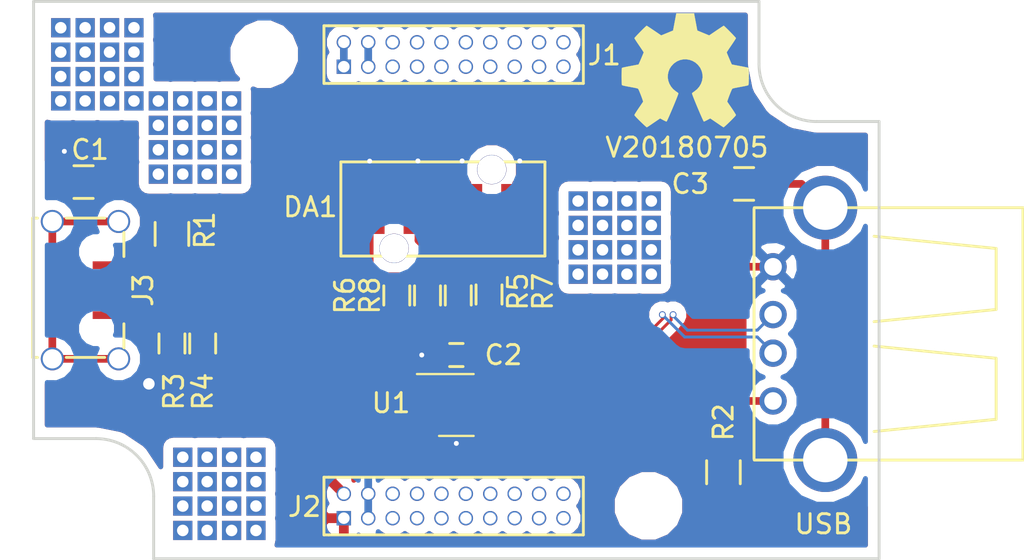
<source format=kicad_pcb>
(kicad_pcb (version 4) (host pcbnew 4.0.7-e2-6376~61~ubuntu18.04.1)

  (general
    (links 42)
    (no_connects 0)
    (area 127.924999 85.424999 172.075001 114.575001)
    (thickness 1.6)
    (drawings 10)
    (tracks 108)
    (zones 0)
    (modules 25)
    (nets 50)
  )

  (page A4)
  (layers
    (0 F.Cu signal)
    (31 B.Cu signal)
    (32 B.Adhes user)
    (33 F.Adhes user)
    (34 B.Paste user)
    (35 F.Paste user)
    (36 B.SilkS user)
    (37 F.SilkS user)
    (38 B.Mask user)
    (39 F.Mask user)
    (40 Dwgs.User user)
    (41 Cmts.User user)
    (42 Eco1.User user)
    (43 Eco2.User user)
    (44 Edge.Cuts user)
    (45 Margin user)
    (46 B.CrtYd user)
    (47 F.CrtYd user)
    (48 B.Fab user)
    (49 F.Fab user)
  )

  (setup
    (last_trace_width 0.127)
    (user_trace_width 0.127)
    (user_trace_width 0.2)
    (user_trace_width 0.3)
    (user_trace_width 0.4)
    (user_trace_width 0.6)
    (user_trace_width 1)
    (user_trace_width 1.5)
    (user_trace_width 2)
    (trace_clearance 0.127)
    (zone_clearance 0.508)
    (zone_45_only no)
    (trace_min 0.127)
    (segment_width 0.2)
    (edge_width 0.15)
    (via_size 0.381)
    (via_drill 0.254)
    (via_min_size 0.3556)
    (via_min_drill 0.254)
    (user_via 0.3556 0.254)
    (user_via 0.55 0.4)
    (user_via 0.75 0.6)
    (user_via 0.95 0.8)
    (user_via 1.3 1)
    (user_via 1.5 1.2)
    (user_via 1.7 1.4)
    (user_via 1.9 1.6)
    (uvia_size 0.381)
    (uvia_drill 0.254)
    (uvias_allowed no)
    (uvia_min_size 0.381)
    (uvia_min_drill 0.254)
    (pcb_text_width 0.3)
    (pcb_text_size 1.5 1.5)
    (mod_edge_width 0.15)
    (mod_text_size 1 1)
    (mod_text_width 0.15)
    (pad_size 1.524 1.524)
    (pad_drill 0.762)
    (pad_to_mask_clearance 0.1)
    (aux_axis_origin 0 0)
    (visible_elements FFFFFF7F)
    (pcbplotparams
      (layerselection 0x00030_80000001)
      (usegerberextensions false)
      (excludeedgelayer true)
      (linewidth 0.100000)
      (plotframeref false)
      (viasonmask false)
      (mode 1)
      (useauxorigin false)
      (hpglpennumber 1)
      (hpglpenspeed 20)
      (hpglpendiameter 15)
      (hpglpenoverlay 2)
      (psnegative false)
      (psa4output false)
      (plotreference true)
      (plotvalue true)
      (plotinvisibletext false)
      (padsonsilk false)
      (subtractmaskfromsilk false)
      (outputformat 1)
      (mirror false)
      (drillshape 1)
      (scaleselection 1)
      (outputdirectory ""))
  )

  (net 0 "")
  (net 1 VDDA)
  (net 2 VSSA)
  (net 3 VDD)
  (net 4 VSS)
  (net 5 /ANALOG_00)
  (net 6 /ANALOG_01)
  (net 7 /ANALOG_02)
  (net 8 /ANALOG_03)
  (net 9 /ANALOG_04)
  (net 10 /ANALOG_05)
  (net 11 /ANALOG_06)
  (net 12 /ANALOG_07)
  (net 13 /ANALOG_08)
  (net 14 /ANALOG_09)
  (net 15 /ANALOG_10)
  (net 16 /ANALOG_11)
  (net 17 /ANALOG_12)
  (net 18 /ANALOG_13)
  (net 19 /ANALOG_14)
  (net 20 /ANALOG_15)
  (net 21 /DIGITAL_00)
  (net 22 /DIGITAL_01)
  (net 23 /DIGITAL_02)
  (net 24 /DIGITAL_03)
  (net 25 /DIGITAL_04)
  (net 26 /DIGITAL_05)
  (net 27 /DIGITAL_06)
  (net 28 /DIGITAL_07)
  (net 29 /DIGITAL_08)
  (net 30 /DIGITAL_09)
  (net 31 /DIGITAL_10)
  (net 32 /DIGITAL_11)
  (net 33 /DIGITAL_12)
  (net 34 /DIGITAL_13)
  (net 35 /DIGITAL_14)
  (net 36 /DIGITAL_15)
  (net 37 "Net-(J3-Pad4)")
  (net 38 /USB_IN_D+)
  (net 39 /USB_IN_D-)
  (net 40 "Net-(J3-Pad1)")
  (net 41 /USB_OUT_D+)
  (net 42 /USB_OUT_D-)
  (net 43 "Net-(J4-Pad1)")
  (net 44 "Net-(C1-Pad2)")
  (net 45 "Net-(C3-Pad2)")
  (net 46 "Net-(DA1-Pad1)")
  (net 47 "Net-(DA1-Pad2)")
  (net 48 "Net-(DA1-Pad3)")
  (net 49 "Net-(DA1-Pad4)")

  (net_class Default "This is the default net class."
    (clearance 0.127)
    (trace_width 0.127)
    (via_dia 0.381)
    (via_drill 0.254)
    (uvia_dia 0.381)
    (uvia_drill 0.254)
    (add_net /ANALOG_00)
    (add_net /ANALOG_01)
    (add_net /ANALOG_02)
    (add_net /ANALOG_03)
    (add_net /ANALOG_04)
    (add_net /ANALOG_05)
    (add_net /ANALOG_06)
    (add_net /ANALOG_07)
    (add_net /ANALOG_08)
    (add_net /ANALOG_09)
    (add_net /ANALOG_10)
    (add_net /ANALOG_11)
    (add_net /ANALOG_12)
    (add_net /ANALOG_13)
    (add_net /ANALOG_14)
    (add_net /ANALOG_15)
    (add_net /DIGITAL_00)
    (add_net /DIGITAL_01)
    (add_net /DIGITAL_02)
    (add_net /DIGITAL_03)
    (add_net /DIGITAL_04)
    (add_net /DIGITAL_05)
    (add_net /DIGITAL_06)
    (add_net /DIGITAL_07)
    (add_net /DIGITAL_08)
    (add_net /DIGITAL_09)
    (add_net /DIGITAL_10)
    (add_net /DIGITAL_11)
    (add_net /DIGITAL_12)
    (add_net /DIGITAL_13)
    (add_net /DIGITAL_14)
    (add_net /DIGITAL_15)
    (add_net /USB_IN_D+)
    (add_net /USB_IN_D-)
    (add_net /USB_OUT_D+)
    (add_net /USB_OUT_D-)
    (add_net "Net-(C1-Pad2)")
    (add_net "Net-(C3-Pad2)")
    (add_net "Net-(DA1-Pad1)")
    (add_net "Net-(DA1-Pad2)")
    (add_net "Net-(DA1-Pad3)")
    (add_net "Net-(DA1-Pad4)")
    (add_net "Net-(J3-Pad1)")
    (add_net "Net-(J3-Pad4)")
    (add_net "Net-(J4-Pad1)")
    (add_net VDD)
    (add_net VDDA)
    (add_net VSS)
    (add_net VSSA)
  )

  (module Symbols:OSHW-Symbol_6.7x6mm_SilkScreen (layer F.Cu) (tedit 0) (tstamp 5A135134)
    (at 161.9 89.1)
    (descr "Open Source Hardware Symbol")
    (tags "Logo Symbol OSHW")
    (path /5A135869)
    (attr virtual)
    (fp_text reference N1 (at 0 0) (layer F.SilkS) hide
      (effects (font (size 1 1) (thickness 0.15)))
    )
    (fp_text value OHWLOGO (at 0.75 0) (layer F.Fab) hide
      (effects (font (size 1 1) (thickness 0.15)))
    )
    (fp_poly (pts (xy 0.555814 -2.531069) (xy 0.639635 -2.086445) (xy 0.94892 -1.958947) (xy 1.258206 -1.831449)
      (xy 1.629246 -2.083754) (xy 1.733157 -2.154004) (xy 1.827087 -2.216728) (xy 1.906652 -2.269062)
      (xy 1.96747 -2.308143) (xy 2.005157 -2.331107) (xy 2.015421 -2.336058) (xy 2.03391 -2.323324)
      (xy 2.07342 -2.288118) (xy 2.129522 -2.234938) (xy 2.197787 -2.168282) (xy 2.273786 -2.092646)
      (xy 2.353092 -2.012528) (xy 2.431275 -1.932426) (xy 2.503907 -1.856836) (xy 2.566559 -1.790255)
      (xy 2.614803 -1.737182) (xy 2.64421 -1.702113) (xy 2.651241 -1.690377) (xy 2.641123 -1.66874)
      (xy 2.612759 -1.621338) (xy 2.569129 -1.552807) (xy 2.513218 -1.467785) (xy 2.448006 -1.370907)
      (xy 2.410219 -1.31565) (xy 2.341343 -1.214752) (xy 2.28014 -1.123701) (xy 2.229578 -1.04703)
      (xy 2.192628 -0.989272) (xy 2.172258 -0.954957) (xy 2.169197 -0.947746) (xy 2.176136 -0.927252)
      (xy 2.195051 -0.879487) (xy 2.223087 -0.811168) (xy 2.257391 -0.729011) (xy 2.295109 -0.63973)
      (xy 2.333387 -0.550042) (xy 2.36937 -0.466662) (xy 2.400206 -0.396306) (xy 2.423039 -0.34569)
      (xy 2.435017 -0.321529) (xy 2.435724 -0.320578) (xy 2.454531 -0.315964) (xy 2.504618 -0.305672)
      (xy 2.580793 -0.290713) (xy 2.677865 -0.272099) (xy 2.790643 -0.250841) (xy 2.856442 -0.238582)
      (xy 2.97695 -0.215638) (xy 3.085797 -0.193805) (xy 3.177476 -0.174278) (xy 3.246481 -0.158252)
      (xy 3.287304 -0.146921) (xy 3.295511 -0.143326) (xy 3.303548 -0.118994) (xy 3.310033 -0.064041)
      (xy 3.31497 0.015108) (xy 3.318364 0.112026) (xy 3.320218 0.220287) (xy 3.320538 0.333465)
      (xy 3.319327 0.445135) (xy 3.31659 0.548868) (xy 3.312331 0.638241) (xy 3.306555 0.706826)
      (xy 3.299267 0.748197) (xy 3.294895 0.75681) (xy 3.268764 0.767133) (xy 3.213393 0.781892)
      (xy 3.136107 0.799352) (xy 3.04423 0.81778) (xy 3.012158 0.823741) (xy 2.857524 0.852066)
      (xy 2.735375 0.874876) (xy 2.641673 0.89308) (xy 2.572384 0.907583) (xy 2.523471 0.919292)
      (xy 2.490897 0.929115) (xy 2.470628 0.937956) (xy 2.458626 0.946724) (xy 2.456947 0.948457)
      (xy 2.440184 0.976371) (xy 2.414614 1.030695) (xy 2.382788 1.104777) (xy 2.34726 1.191965)
      (xy 2.310583 1.285608) (xy 2.275311 1.379052) (xy 2.243996 1.465647) (xy 2.219193 1.53874)
      (xy 2.203454 1.591678) (xy 2.199332 1.617811) (xy 2.199676 1.618726) (xy 2.213641 1.640086)
      (xy 2.245322 1.687084) (xy 2.291391 1.754827) (xy 2.348518 1.838423) (xy 2.413373 1.932982)
      (xy 2.431843 1.959854) (xy 2.497699 2.057275) (xy 2.55565 2.146163) (xy 2.602538 2.221412)
      (xy 2.635207 2.27792) (xy 2.6505 2.310581) (xy 2.651241 2.314593) (xy 2.638392 2.335684)
      (xy 2.602888 2.377464) (xy 2.549293 2.435445) (xy 2.482171 2.505135) (xy 2.406087 2.582045)
      (xy 2.325604 2.661683) (xy 2.245287 2.739561) (xy 2.169699 2.811186) (xy 2.103405 2.87207)
      (xy 2.050969 2.917721) (xy 2.016955 2.94365) (xy 2.007545 2.947883) (xy 1.985643 2.937912)
      (xy 1.9408 2.91102) (xy 1.880321 2.871736) (xy 1.833789 2.840117) (xy 1.749475 2.782098)
      (xy 1.649626 2.713784) (xy 1.549473 2.645579) (xy 1.495627 2.609075) (xy 1.313371 2.4858)
      (xy 1.160381 2.56852) (xy 1.090682 2.604759) (xy 1.031414 2.632926) (xy 0.991311 2.648991)
      (xy 0.981103 2.651226) (xy 0.968829 2.634722) (xy 0.944613 2.588082) (xy 0.910263 2.515609)
      (xy 0.867588 2.421606) (xy 0.818394 2.310374) (xy 0.76449 2.186215) (xy 0.707684 2.053432)
      (xy 0.649782 1.916327) (xy 0.592593 1.779202) (xy 0.537924 1.646358) (xy 0.487584 1.522098)
      (xy 0.44338 1.410725) (xy 0.407119 1.316539) (xy 0.380609 1.243844) (xy 0.365658 1.196941)
      (xy 0.363254 1.180833) (xy 0.382311 1.160286) (xy 0.424036 1.126933) (xy 0.479706 1.087702)
      (xy 0.484378 1.084599) (xy 0.628264 0.969423) (xy 0.744283 0.835053) (xy 0.83143 0.685784)
      (xy 0.888699 0.525913) (xy 0.915086 0.359737) (xy 0.909585 0.191552) (xy 0.87119 0.025655)
      (xy 0.798895 -0.133658) (xy 0.777626 -0.168513) (xy 0.666996 -0.309263) (xy 0.536302 -0.422286)
      (xy 0.390064 -0.506997) (xy 0.232808 -0.562806) (xy 0.069057 -0.589126) (xy -0.096667 -0.58537)
      (xy -0.259838 -0.55095) (xy -0.415935 -0.485277) (xy -0.560433 -0.387765) (xy -0.605131 -0.348187)
      (xy -0.718888 -0.224297) (xy -0.801782 -0.093876) (xy -0.858644 0.052315) (xy -0.890313 0.197088)
      (xy -0.898131 0.35986) (xy -0.872062 0.52344) (xy -0.814755 0.682298) (xy -0.728856 0.830906)
      (xy -0.617014 0.963735) (xy -0.481877 1.075256) (xy -0.464117 1.087011) (xy -0.40785 1.125508)
      (xy -0.365077 1.158863) (xy -0.344628 1.18016) (xy -0.344331 1.180833) (xy -0.348721 1.203871)
      (xy -0.366124 1.256157) (xy -0.394732 1.33339) (xy -0.432735 1.431268) (xy -0.478326 1.545491)
      (xy -0.529697 1.671758) (xy -0.585038 1.805767) (xy -0.642542 1.943218) (xy -0.700399 2.079808)
      (xy -0.756802 2.211237) (xy -0.809942 2.333205) (xy -0.85801 2.441409) (xy -0.899199 2.531549)
      (xy -0.931699 2.599323) (xy -0.953703 2.64043) (xy -0.962564 2.651226) (xy -0.98964 2.642819)
      (xy -1.040303 2.620272) (xy -1.105817 2.587613) (xy -1.141841 2.56852) (xy -1.294832 2.4858)
      (xy -1.477088 2.609075) (xy -1.570125 2.672228) (xy -1.671985 2.741727) (xy -1.767438 2.807165)
      (xy -1.81525 2.840117) (xy -1.882495 2.885273) (xy -1.939436 2.921057) (xy -1.978646 2.942938)
      (xy -1.991381 2.947563) (xy -2.009917 2.935085) (xy -2.050941 2.900252) (xy -2.110475 2.846678)
      (xy -2.184542 2.777983) (xy -2.269165 2.697781) (xy -2.322685 2.646286) (xy -2.416319 2.554286)
      (xy -2.497241 2.471999) (xy -2.562177 2.402945) (xy -2.607858 2.350644) (xy -2.631011 2.318616)
      (xy -2.633232 2.312116) (xy -2.622924 2.287394) (xy -2.594439 2.237405) (xy -2.550937 2.167212)
      (xy -2.495577 2.081875) (xy -2.43152 1.986456) (xy -2.413303 1.959854) (xy -2.346927 1.863167)
      (xy -2.287378 1.776117) (xy -2.237984 1.703595) (xy -2.202075 1.650493) (xy -2.182981 1.621703)
      (xy -2.181136 1.618726) (xy -2.183895 1.595782) (xy -2.198538 1.545336) (xy -2.222513 1.474041)
      (xy -2.253266 1.388547) (xy -2.288244 1.295507) (xy -2.324893 1.201574) (xy -2.360661 1.113399)
      (xy -2.392994 1.037634) (xy -2.419338 0.980931) (xy -2.437142 0.949943) (xy -2.438407 0.948457)
      (xy -2.449294 0.939601) (xy -2.467682 0.930843) (xy -2.497606 0.921277) (xy -2.543103 0.909996)
      (xy -2.608209 0.896093) (xy -2.696961 0.878663) (xy -2.813393 0.856798) (xy -2.961542 0.829591)
      (xy -2.993618 0.823741) (xy -3.088686 0.805374) (xy -3.171565 0.787405) (xy -3.23493 0.771569)
      (xy -3.271458 0.7596) (xy -3.276356 0.75681) (xy -3.284427 0.732072) (xy -3.290987 0.67679)
      (xy -3.296033 0.597389) (xy -3.299559 0.500296) (xy -3.301561 0.391938) (xy -3.302036 0.27874)
      (xy -3.300977 0.167128) (xy -3.298382 0.063529) (xy -3.294246 -0.025632) (xy -3.288563 -0.093928)
      (xy -3.281331 -0.134934) (xy -3.276971 -0.143326) (xy -3.252698 -0.151792) (xy -3.197426 -0.165565)
      (xy -3.116662 -0.18345) (xy -3.015912 -0.204252) (xy -2.900683 -0.226777) (xy -2.837902 -0.238582)
      (xy -2.718787 -0.260849) (xy -2.612565 -0.281021) (xy -2.524427 -0.298085) (xy -2.459566 -0.311031)
      (xy -2.423174 -0.318845) (xy -2.417184 -0.320578) (xy -2.407061 -0.34011) (xy -2.385662 -0.387157)
      (xy -2.355839 -0.454997) (xy -2.320445 -0.536909) (xy -2.282332 -0.626172) (xy -2.244353 -0.716065)
      (xy -2.20936 -0.799865) (xy -2.180206 -0.870853) (xy -2.159743 -0.922306) (xy -2.150823 -0.947503)
      (xy -2.150657 -0.948604) (xy -2.160769 -0.968481) (xy -2.189117 -1.014223) (xy -2.232723 -1.081283)
      (xy -2.288606 -1.165116) (xy -2.353787 -1.261174) (xy -2.391679 -1.31635) (xy -2.460725 -1.417519)
      (xy -2.52205 -1.50937) (xy -2.572663 -1.587256) (xy -2.609571 -1.646531) (xy -2.629782 -1.682549)
      (xy -2.632701 -1.690623) (xy -2.620153 -1.709416) (xy -2.585463 -1.749543) (xy -2.533063 -1.806507)
      (xy -2.467384 -1.875815) (xy -2.392856 -1.952969) (xy -2.313913 -2.033475) (xy -2.234983 -2.112837)
      (xy -2.1605 -2.18656) (xy -2.094894 -2.250148) (xy -2.042596 -2.299106) (xy -2.008039 -2.328939)
      (xy -1.996478 -2.336058) (xy -1.977654 -2.326047) (xy -1.932631 -2.297922) (xy -1.865787 -2.254546)
      (xy -1.781499 -2.198782) (xy -1.684144 -2.133494) (xy -1.610707 -2.083754) (xy -1.239667 -1.831449)
      (xy -0.621095 -2.086445) (xy -0.537275 -2.531069) (xy -0.453454 -2.975693) (xy 0.471994 -2.975693)
      (xy 0.555814 -2.531069)) (layer F.SilkS) (width 0.01))
  )

  (module SquantorLabels:Label_version (layer F.Cu) (tedit 59D3ED5E) (tstamp 5A135138)
    (at 162 93)
    (path /5A1357A5)
    (fp_text reference N2 (at 0 2) (layer F.Fab) hide
      (effects (font (size 1 1) (thickness 0.15)))
    )
    (fp_text value V20180705 (at 0 0.1) (layer F.SilkS)
      (effects (font (size 1 1) (thickness 0.15)))
    )
  )

  (module SquantorPcbOutline:MountingHole_2.5mm_no_metal locked (layer F.Cu) (tedit 5B1D0196) (tstamp 5B1D07E7)
    (at 140 88.25)
    (path /5B1CFFB9)
    (fp_text reference H1 (at 0 -3) (layer F.SilkS) hide
      (effects (font (size 1 1) (thickness 0.15)))
    )
    (fp_text value Drill_Hole_no_metal (at 0 3) (layer F.Fab) hide
      (effects (font (size 1 1) (thickness 0.15)))
    )
    (pad "" np_thru_hole circle (at 0 0) (size 2.5 2.5) (drill 2.5) (layers *.Cu *.Mask))
  )

  (module SquantorPcbOutline:MountingHole_2.5mm_no_metal locked (layer F.Cu) (tedit 5B1D018E) (tstamp 5B1D07EC)
    (at 160 111.75)
    (path /5B1D000C)
    (fp_text reference H2 (at 0 -3) (layer F.SilkS) hide
      (effects (font (size 1 1) (thickness 0.15)))
    )
    (fp_text value Drill_Hole_no_metal (at 0 3) (layer F.Fab) hide
      (effects (font (size 1 1) (thickness 0.15)))
    )
    (pad "" np_thru_hole circle (at 0 0) (size 2.5 2.5) (drill 2.5) (layers *.Cu *.Mask))
  )

  (module SquantorConnectors:Header-0127-2X10-H006 (layer F.Cu) (tedit 5B3D2432) (tstamp 5B3652EB)
    (at 149.86 88.265)
    (path /5B1D0821)
    (fp_text reference J1 (at 7.84 0.035) (layer F.SilkS)
      (effects (font (size 1 1) (thickness 0.15)))
    )
    (fp_text value Conn_02x10_Odd_Even (at 0 2.5) (layer F.Fab) hide
      (effects (font (size 1 1) (thickness 0.15)))
    )
    (fp_line (start 6.75 -1.5) (end 6.5 -1.5) (layer F.SilkS) (width 0.15))
    (fp_line (start 6.75 1.5) (end 6.75 -1.5) (layer F.SilkS) (width 0.15))
    (fp_line (start 6.5 1.5) (end 6.75 1.5) (layer F.SilkS) (width 0.15))
    (fp_line (start -6.75 1.5) (end -6.5 1.5) (layer F.SilkS) (width 0.15))
    (fp_line (start -6.75 -1.5) (end -6.75 1.5) (layer F.SilkS) (width 0.15))
    (fp_line (start -6.5 -1.5) (end -6.75 -1.5) (layer F.SilkS) (width 0.15))
    (fp_line (start 6.5 1.5) (end -6.5 1.5) (layer F.SilkS) (width 0.15))
    (fp_line (start -6.5 -1.5) (end 6.5 -1.5) (layer F.SilkS) (width 0.15))
    (pad 1 thru_hole rect (at -5.715 0.63089) (size 0.75 0.75) (drill 0.6) (layers *.Cu *.Mask)
      (net 1 VDDA))
    (pad 2 thru_hole circle (at -5.715 -0.63911) (size 0.75 0.75) (drill 0.6) (layers *.Cu *.Mask)
      (net 1 VDDA))
    (pad 3 thru_hole circle (at -4.445 0.63089) (size 0.75 0.75) (drill 0.6) (layers *.Cu *.Mask)
      (net 2 VSSA))
    (pad 4 thru_hole circle (at -4.445 -0.63911) (size 0.75 0.75) (drill 0.6) (layers *.Cu *.Mask)
      (net 2 VSSA))
    (pad 5 thru_hole circle (at -3.175 0.63089) (size 0.75 0.75) (drill 0.6) (layers *.Cu *.Mask)
      (net 5 /ANALOG_00))
    (pad 6 thru_hole circle (at -3.175 -0.63911) (size 0.75 0.75) (drill 0.6) (layers *.Cu *.Mask)
      (net 6 /ANALOG_01))
    (pad 7 thru_hole circle (at -1.905 0.63089) (size 0.75 0.75) (drill 0.6) (layers *.Cu *.Mask)
      (net 7 /ANALOG_02))
    (pad 8 thru_hole circle (at -1.905 -0.63911) (size 0.75 0.75) (drill 0.6) (layers *.Cu *.Mask)
      (net 8 /ANALOG_03))
    (pad 9 thru_hole circle (at -0.635 0.63089) (size 0.75 0.75) (drill 0.6) (layers *.Cu *.Mask)
      (net 9 /ANALOG_04))
    (pad 10 thru_hole circle (at -0.635 -0.63911) (size 0.75 0.75) (drill 0.6) (layers *.Cu *.Mask)
      (net 10 /ANALOG_05))
    (pad 11 thru_hole circle (at 0.635 0.63089) (size 0.75 0.75) (drill 0.6) (layers *.Cu *.Mask)
      (net 11 /ANALOG_06))
    (pad 12 thru_hole circle (at 0.635 -0.63911) (size 0.75 0.75) (drill 0.6) (layers *.Cu *.Mask)
      (net 12 /ANALOG_07))
    (pad 13 thru_hole circle (at 1.905 0.63089) (size 0.75 0.75) (drill 0.6) (layers *.Cu *.Mask)
      (net 13 /ANALOG_08))
    (pad 14 thru_hole circle (at 1.905 -0.63911) (size 0.75 0.75) (drill 0.6) (layers *.Cu *.Mask)
      (net 14 /ANALOG_09))
    (pad 15 thru_hole circle (at 3.175 0.63089) (size 0.75 0.75) (drill 0.6) (layers *.Cu *.Mask)
      (net 15 /ANALOG_10))
    (pad 16 thru_hole circle (at 3.175 -0.63911) (size 0.75 0.75) (drill 0.6) (layers *.Cu *.Mask)
      (net 16 /ANALOG_11))
    (pad 17 thru_hole circle (at 4.445 0.63089) (size 0.75 0.75) (drill 0.6) (layers *.Cu *.Mask)
      (net 17 /ANALOG_12))
    (pad 18 thru_hole circle (at 4.445 -0.63911) (size 0.75 0.75) (drill 0.6) (layers *.Cu *.Mask)
      (net 18 /ANALOG_13))
    (pad 19 thru_hole circle (at 5.715 0.63089) (size 0.75 0.75) (drill 0.6) (layers *.Cu *.Mask)
      (net 19 /ANALOG_14))
    (pad 20 thru_hole circle (at 5.715 -0.63911) (size 0.75 0.75) (drill 0.6) (layers *.Cu *.Mask)
      (net 20 /ANALOG_15))
  )

  (module SquantorConnectors:Header-0127-2X10-H006 (layer F.Cu) (tedit 5B3D2439) (tstamp 5B36530A)
    (at 149.86 111.76)
    (path /5B1D18B3)
    (fp_text reference J2 (at -7.76 0.04) (layer F.SilkS)
      (effects (font (size 1 1) (thickness 0.15)))
    )
    (fp_text value Conn_02x10_Odd_Even (at 0 2.5) (layer F.Fab) hide
      (effects (font (size 1 1) (thickness 0.15)))
    )
    (fp_line (start 6.75 -1.5) (end 6.5 -1.5) (layer F.SilkS) (width 0.15))
    (fp_line (start 6.75 1.5) (end 6.75 -1.5) (layer F.SilkS) (width 0.15))
    (fp_line (start 6.5 1.5) (end 6.75 1.5) (layer F.SilkS) (width 0.15))
    (fp_line (start -6.75 1.5) (end -6.5 1.5) (layer F.SilkS) (width 0.15))
    (fp_line (start -6.75 -1.5) (end -6.75 1.5) (layer F.SilkS) (width 0.15))
    (fp_line (start -6.5 -1.5) (end -6.75 -1.5) (layer F.SilkS) (width 0.15))
    (fp_line (start 6.5 1.5) (end -6.5 1.5) (layer F.SilkS) (width 0.15))
    (fp_line (start -6.5 -1.5) (end 6.5 -1.5) (layer F.SilkS) (width 0.15))
    (pad 1 thru_hole rect (at -5.715 0.63089) (size 0.75 0.75) (drill 0.6) (layers *.Cu *.Mask)
      (net 3 VDD))
    (pad 2 thru_hole circle (at -5.715 -0.63911) (size 0.75 0.75) (drill 0.6) (layers *.Cu *.Mask)
      (net 3 VDD))
    (pad 3 thru_hole circle (at -4.445 0.63089) (size 0.75 0.75) (drill 0.6) (layers *.Cu *.Mask)
      (net 4 VSS))
    (pad 4 thru_hole circle (at -4.445 -0.63911) (size 0.75 0.75) (drill 0.6) (layers *.Cu *.Mask)
      (net 4 VSS))
    (pad 5 thru_hole circle (at -3.175 0.63089) (size 0.75 0.75) (drill 0.6) (layers *.Cu *.Mask)
      (net 21 /DIGITAL_00))
    (pad 6 thru_hole circle (at -3.175 -0.63911) (size 0.75 0.75) (drill 0.6) (layers *.Cu *.Mask)
      (net 22 /DIGITAL_01))
    (pad 7 thru_hole circle (at -1.905 0.63089) (size 0.75 0.75) (drill 0.6) (layers *.Cu *.Mask)
      (net 23 /DIGITAL_02))
    (pad 8 thru_hole circle (at -1.905 -0.63911) (size 0.75 0.75) (drill 0.6) (layers *.Cu *.Mask)
      (net 24 /DIGITAL_03))
    (pad 9 thru_hole circle (at -0.635 0.63089) (size 0.75 0.75) (drill 0.6) (layers *.Cu *.Mask)
      (net 25 /DIGITAL_04))
    (pad 10 thru_hole circle (at -0.635 -0.63911) (size 0.75 0.75) (drill 0.6) (layers *.Cu *.Mask)
      (net 26 /DIGITAL_05))
    (pad 11 thru_hole circle (at 0.635 0.63089) (size 0.75 0.75) (drill 0.6) (layers *.Cu *.Mask)
      (net 27 /DIGITAL_06))
    (pad 12 thru_hole circle (at 0.635 -0.63911) (size 0.75 0.75) (drill 0.6) (layers *.Cu *.Mask)
      (net 28 /DIGITAL_07))
    (pad 13 thru_hole circle (at 1.905 0.63089) (size 0.75 0.75) (drill 0.6) (layers *.Cu *.Mask)
      (net 29 /DIGITAL_08))
    (pad 14 thru_hole circle (at 1.905 -0.63911) (size 0.75 0.75) (drill 0.6) (layers *.Cu *.Mask)
      (net 30 /DIGITAL_09))
    (pad 15 thru_hole circle (at 3.175 0.63089) (size 0.75 0.75) (drill 0.6) (layers *.Cu *.Mask)
      (net 31 /DIGITAL_10))
    (pad 16 thru_hole circle (at 3.175 -0.63911) (size 0.75 0.75) (drill 0.6) (layers *.Cu *.Mask)
      (net 32 /DIGITAL_11))
    (pad 17 thru_hole circle (at 4.445 0.63089) (size 0.75 0.75) (drill 0.6) (layers *.Cu *.Mask)
      (net 33 /DIGITAL_12))
    (pad 18 thru_hole circle (at 4.445 -0.63911) (size 0.75 0.75) (drill 0.6) (layers *.Cu *.Mask)
      (net 34 /DIGITAL_13))
    (pad 19 thru_hole circle (at 5.715 0.63089) (size 0.75 0.75) (drill 0.6) (layers *.Cu *.Mask)
      (net 35 /DIGITAL_14))
    (pad 20 thru_hole circle (at 5.715 -0.63911) (size 0.75 0.75) (drill 0.6) (layers *.Cu *.Mask)
      (net 36 /DIGITAL_15))
  )

  (module SquantorRcl:R_0805 (layer F.Cu) (tedit 58307B54) (tstamp 5B3C852D)
    (at 163.9 110 270)
    (descr "Resistor SMD 0805, reflow soldering, Vishay (see dcrcw.pdf)")
    (tags "resistor 0805")
    (path /5B37B767)
    (attr smd)
    (fp_text reference R2 (at -2.6 0 270) (layer F.SilkS)
      (effects (font (size 1 1) (thickness 0.15)))
    )
    (fp_text value FB (at -0.1 0 270) (layer F.Fab)
      (effects (font (size 1 1) (thickness 0.15)))
    )
    (fp_line (start -1 0.625) (end -1 -0.625) (layer F.Fab) (width 0.1))
    (fp_line (start 1 0.625) (end -1 0.625) (layer F.Fab) (width 0.1))
    (fp_line (start 1 -0.625) (end 1 0.625) (layer F.Fab) (width 0.1))
    (fp_line (start -1 -0.625) (end 1 -0.625) (layer F.Fab) (width 0.1))
    (fp_line (start -1.6 -1) (end 1.6 -1) (layer F.CrtYd) (width 0.05))
    (fp_line (start -1.6 1) (end 1.6 1) (layer F.CrtYd) (width 0.05))
    (fp_line (start -1.6 -1) (end -1.6 1) (layer F.CrtYd) (width 0.05))
    (fp_line (start 1.6 -1) (end 1.6 1) (layer F.CrtYd) (width 0.05))
    (fp_line (start 0.6 0.875) (end -0.6 0.875) (layer F.SilkS) (width 0.15))
    (fp_line (start -0.6 -0.875) (end 0.6 -0.875) (layer F.SilkS) (width 0.15))
    (pad 1 smd rect (at -0.95 0 270) (size 0.7 1.3) (layers F.Cu F.Paste F.Mask)
      (net 43 "Net-(J4-Pad1)"))
    (pad 2 smd rect (at 0.95 0 270) (size 0.7 1.3) (layers F.Cu F.Paste F.Mask)
      (net 3 VDD))
    (model Resistors_SMD.3dshapes/R_0805.wrl
      (at (xyz 0 0 0))
      (scale (xyz 1 1 1))
      (rotate (xyz 0 0 0))
    )
  )

  (module SquantorRcl:C_0805 (layer F.Cu) (tedit 5415D6EA) (tstamp 5B3D4EC5)
    (at 130.6 94.9)
    (descr "Capacitor SMD 0805, reflow soldering, AVX (see smccp.pdf)")
    (tags "capacitor 0805")
    (path /5B3A7C71)
    (attr smd)
    (fp_text reference C1 (at 0.337 -1.682) (layer F.SilkS)
      (effects (font (size 1 1) (thickness 0.15)))
    )
    (fp_text value C (at 0 0.1) (layer F.Fab)
      (effects (font (size 1 1) (thickness 0.15)))
    )
    (fp_line (start -1 0.625) (end -1 -0.625) (layer F.Fab) (width 0.15))
    (fp_line (start 1 0.625) (end -1 0.625) (layer F.Fab) (width 0.15))
    (fp_line (start 1 -0.625) (end 1 0.625) (layer F.Fab) (width 0.15))
    (fp_line (start -1 -0.625) (end 1 -0.625) (layer F.Fab) (width 0.15))
    (fp_line (start -1.8 -1) (end 1.8 -1) (layer F.CrtYd) (width 0.05))
    (fp_line (start -1.8 1) (end 1.8 1) (layer F.CrtYd) (width 0.05))
    (fp_line (start -1.8 -1) (end -1.8 1) (layer F.CrtYd) (width 0.05))
    (fp_line (start 1.8 -1) (end 1.8 1) (layer F.CrtYd) (width 0.05))
    (fp_line (start 0.5 -0.85) (end -0.5 -0.85) (layer F.SilkS) (width 0.15))
    (fp_line (start -0.5 0.85) (end 0.5 0.85) (layer F.SilkS) (width 0.15))
    (pad 1 smd rect (at -1 0) (size 1 1.25) (layers F.Cu F.Paste F.Mask)
      (net 4 VSS))
    (pad 2 smd rect (at 1 0) (size 1 1.25) (layers F.Cu F.Paste F.Mask)
      (net 44 "Net-(C1-Pad2)"))
    (model Capacitors_SMD.3dshapes/C_0805.wrl
      (at (xyz 0 0 0))
      (scale (xyz 1 1 1))
      (rotate (xyz 0 0 0))
    )
  )

  (module SquantorRcl:C_0603 (layer F.Cu) (tedit 5415D631) (tstamp 5B3D4ED5)
    (at 150 103.9)
    (descr "Capacitor SMD 0603, reflow soldering, AVX (see smccp.pdf)")
    (tags "capacitor 0603")
    (path /5B3A87E9)
    (attr smd)
    (fp_text reference C2 (at 2.45 0) (layer F.SilkS)
      (effects (font (size 1 1) (thickness 0.15)))
    )
    (fp_text value 100n (at -3.3 -0.1) (layer F.Fab)
      (effects (font (size 1 1) (thickness 0.15)))
    )
    (fp_line (start -0.8 0.4) (end -0.8 -0.4) (layer F.Fab) (width 0.15))
    (fp_line (start 0.8 0.4) (end -0.8 0.4) (layer F.Fab) (width 0.15))
    (fp_line (start 0.8 -0.4) (end 0.8 0.4) (layer F.Fab) (width 0.15))
    (fp_line (start -0.8 -0.4) (end 0.8 -0.4) (layer F.Fab) (width 0.15))
    (fp_line (start -1.45 -0.75) (end 1.45 -0.75) (layer F.CrtYd) (width 0.05))
    (fp_line (start -1.45 0.75) (end 1.45 0.75) (layer F.CrtYd) (width 0.05))
    (fp_line (start -1.45 -0.75) (end -1.45 0.75) (layer F.CrtYd) (width 0.05))
    (fp_line (start 1.45 -0.75) (end 1.45 0.75) (layer F.CrtYd) (width 0.05))
    (fp_line (start -0.35 -0.6) (end 0.35 -0.6) (layer F.SilkS) (width 0.15))
    (fp_line (start 0.35 0.6) (end -0.35 0.6) (layer F.SilkS) (width 0.15))
    (pad 1 smd rect (at -0.75 0) (size 0.8 0.75) (layers F.Cu F.Paste F.Mask)
      (net 4 VSS))
    (pad 2 smd rect (at 0.75 0) (size 0.8 0.75) (layers F.Cu F.Paste F.Mask)
      (net 3 VDD))
    (model Capacitors_SMD.3dshapes/C_0603.wrl
      (at (xyz 0 0 0))
      (scale (xyz 1 1 1))
      (rotate (xyz 0 0 0))
    )
  )

  (module SquantorRcl:C_0805 (layer F.Cu) (tedit 5415D6EA) (tstamp 5B3D4EE5)
    (at 164.973 94.996)
    (descr "Capacitor SMD 0805, reflow soldering, AVX (see smccp.pdf)")
    (tags "capacitor 0805")
    (path /5B3A7DEC)
    (attr smd)
    (fp_text reference C3 (at -2.8 0) (layer F.SilkS)
      (effects (font (size 1 1) (thickness 0.15)))
    )
    (fp_text value C (at 0.027 0.004) (layer F.Fab)
      (effects (font (size 1 1) (thickness 0.15)))
    )
    (fp_line (start -1 0.625) (end -1 -0.625) (layer F.Fab) (width 0.15))
    (fp_line (start 1 0.625) (end -1 0.625) (layer F.Fab) (width 0.15))
    (fp_line (start 1 -0.625) (end 1 0.625) (layer F.Fab) (width 0.15))
    (fp_line (start -1 -0.625) (end 1 -0.625) (layer F.Fab) (width 0.15))
    (fp_line (start -1.8 -1) (end 1.8 -1) (layer F.CrtYd) (width 0.05))
    (fp_line (start -1.8 1) (end 1.8 1) (layer F.CrtYd) (width 0.05))
    (fp_line (start -1.8 -1) (end -1.8 1) (layer F.CrtYd) (width 0.05))
    (fp_line (start 1.8 -1) (end 1.8 1) (layer F.CrtYd) (width 0.05))
    (fp_line (start 0.5 -0.85) (end -0.5 -0.85) (layer F.SilkS) (width 0.15))
    (fp_line (start -0.5 0.85) (end 0.5 0.85) (layer F.SilkS) (width 0.15))
    (pad 1 smd rect (at -1 0) (size 1 1.25) (layers F.Cu F.Paste F.Mask)
      (net 4 VSS))
    (pad 2 smd rect (at 1 0) (size 1 1.25) (layers F.Cu F.Paste F.Mask)
      (net 45 "Net-(C3-Pad2)"))
    (model Capacitors_SMD.3dshapes/C_0805.wrl
      (at (xyz 0 0 0))
      (scale (xyz 1 1 1))
      (rotate (xyz 0 0 0))
    )
  )

  (module SquantorOpto:mentor_1296.4124 (layer F.Cu) (tedit 5B3D242D) (tstamp 5B3D4EF7)
    (at 149.3 96.3 180)
    (path /5B3A9A92)
    (fp_text reference DA1 (at 6.9 0.1 180) (layer F.SilkS)
      (effects (font (size 1 1) (thickness 0.15)))
    )
    (fp_text value mentor_1296.4124 (at 0 3.81 180) (layer F.Fab) hide
      (effects (font (size 1 1) (thickness 0.15)))
    )
    (fp_line (start -5.31 2.45) (end -5.31 -2.45) (layer F.SilkS) (width 0.15))
    (fp_line (start 5.31 2.45) (end -5.31 2.45) (layer F.SilkS) (width 0.15))
    (fp_line (start 5.31 -2.45) (end 5.31 2.45) (layer F.SilkS) (width 0.15))
    (fp_line (start -5.31 -2.45) (end 5.31 -2.45) (layer F.SilkS) (width 0.15))
    (pad "" np_thru_hole circle (at 2.54 -2.05 180) (size 1.524 1.524) (drill 1.5) (layers *.Cu *.Mask))
    (pad "" np_thru_hole circle (at -2.54 2.05 180) (size 1.524 1.524) (drill 1.5) (layers *.Cu *.Mask))
    (pad 1 smd rect (at -3.81 -0.75 180) (size 1.55 1.1) (layers F.Cu F.Paste F.Mask)
      (net 46 "Net-(DA1-Pad1)"))
    (pad 2 smd rect (at -1.27 -0.75 180) (size 1.55 1.1) (layers F.Cu F.Paste F.Mask)
      (net 47 "Net-(DA1-Pad2)"))
    (pad 3 smd rect (at 1.27 -0.75 180) (size 1.55 1.1) (layers F.Cu F.Paste F.Mask)
      (net 48 "Net-(DA1-Pad3)"))
    (pad 4 smd rect (at 3.81 -0.75 180) (size 1.55 1.1) (layers F.Cu F.Paste F.Mask)
      (net 49 "Net-(DA1-Pad4)"))
    (pad 5 smd rect (at 3.81 0.75 180) (size 1.55 1.1) (layers F.Cu F.Paste F.Mask)
      (net 4 VSS))
    (pad 6 smd rect (at 1.27 0.75 180) (size 1.55 1.1) (layers F.Cu F.Paste F.Mask)
      (net 4 VSS))
    (pad 7 smd rect (at -1.27 0.75 180) (size 1.55 1.1) (layers F.Cu F.Paste F.Mask)
      (net 4 VSS))
    (pad 8 smd rect (at -3.81 0.75 180) (size 1.55 1.1) (layers F.Cu F.Paste F.Mask)
      (net 4 VSS))
  )

  (module SquantorRcl:R_0805 (layer F.Cu) (tedit 58307B54) (tstamp 5B3D4F07)
    (at 135.2 97.6 270)
    (descr "Resistor SMD 0805, reflow soldering, Vishay (see dcrcw.pdf)")
    (tags "resistor 0805")
    (path /5B37BA90)
    (attr smd)
    (fp_text reference R1 (at -0.191 -1.706 270) (layer F.SilkS)
      (effects (font (size 1 1) (thickness 0.15)))
    )
    (fp_text value FB (at 0 -0.1 270) (layer F.Fab)
      (effects (font (size 1 1) (thickness 0.15)))
    )
    (fp_line (start -1 0.625) (end -1 -0.625) (layer F.Fab) (width 0.1))
    (fp_line (start 1 0.625) (end -1 0.625) (layer F.Fab) (width 0.1))
    (fp_line (start 1 -0.625) (end 1 0.625) (layer F.Fab) (width 0.1))
    (fp_line (start -1 -0.625) (end 1 -0.625) (layer F.Fab) (width 0.1))
    (fp_line (start -1.6 -1) (end 1.6 -1) (layer F.CrtYd) (width 0.05))
    (fp_line (start -1.6 1) (end 1.6 1) (layer F.CrtYd) (width 0.05))
    (fp_line (start -1.6 -1) (end -1.6 1) (layer F.CrtYd) (width 0.05))
    (fp_line (start 1.6 -1) (end 1.6 1) (layer F.CrtYd) (width 0.05))
    (fp_line (start 0.6 0.875) (end -0.6 0.875) (layer F.SilkS) (width 0.15))
    (fp_line (start -0.6 -0.875) (end 0.6 -0.875) (layer F.SilkS) (width 0.15))
    (pad 1 smd rect (at -0.95 0 270) (size 0.7 1.3) (layers F.Cu F.Paste F.Mask)
      (net 3 VDD))
    (pad 2 smd rect (at 0.95 0 270) (size 0.7 1.3) (layers F.Cu F.Paste F.Mask)
      (net 40 "Net-(J3-Pad1)"))
    (model Resistors_SMD.3dshapes/R_0805.wrl
      (at (xyz 0 0 0))
      (scale (xyz 1 1 1))
      (rotate (xyz 0 0 0))
    )
  )

  (module SquantorRcl:R_0603_hand (layer F.Cu) (tedit 587552B0) (tstamp 5B3D4F17)
    (at 135.2 103.3 270)
    (descr "Resistor SMD 0603, reflow soldering, Vishay (see dcrcw.pdf)")
    (tags "resistor 0603")
    (path /5B3A7760)
    (attr smd)
    (fp_text reference R3 (at 2.5 -0.1 270) (layer F.SilkS)
      (effects (font (size 1 1) (thickness 0.15)))
    )
    (fp_text value R (at 0 0 270) (layer F.Fab)
      (effects (font (size 1 1) (thickness 0.15)))
    )
    (fp_line (start -0.8 0.4) (end -0.8 -0.4) (layer F.Fab) (width 0.1))
    (fp_line (start 0.8 0.4) (end -0.8 0.4) (layer F.Fab) (width 0.1))
    (fp_line (start 0.8 -0.4) (end 0.8 0.4) (layer F.Fab) (width 0.1))
    (fp_line (start -0.8 -0.4) (end 0.8 -0.4) (layer F.Fab) (width 0.1))
    (fp_line (start -1.5 -0.8) (end 1.5 -0.8) (layer F.CrtYd) (width 0.05))
    (fp_line (start -1.5 0.8) (end 1.5 0.8) (layer F.CrtYd) (width 0.05))
    (fp_line (start -1.5 -0.8) (end -1.5 0.8) (layer F.CrtYd) (width 0.05))
    (fp_line (start 1.5 -0.8) (end 1.5 0.8) (layer F.CrtYd) (width 0.05))
    (fp_line (start 0.5 0.675) (end -0.5 0.675) (layer F.SilkS) (width 0.15))
    (fp_line (start -0.5 -0.675) (end 0.5 -0.675) (layer F.SilkS) (width 0.15))
    (pad 1 smd rect (at -0.85 0 270) (size 0.7 0.9) (layers F.Cu F.Paste F.Mask)
      (net 37 "Net-(J3-Pad4)"))
    (pad 2 smd rect (at 0.85 0 270) (size 0.7 0.9) (layers F.Cu F.Paste F.Mask)
      (net 4 VSS))
    (model Resistors_SMD.3dshapes/R_0603.wrl
      (at (xyz 0 0 0))
      (scale (xyz 1 1 1))
      (rotate (xyz 0 0 0))
    )
  )

  (module SquantorRcl:R_0603_hand (layer F.Cu) (tedit 587552B0) (tstamp 5B3D4F27)
    (at 136.8 103.3 270)
    (descr "Resistor SMD 0603, reflow soldering, Vishay (see dcrcw.pdf)")
    (tags "resistor 0603")
    (path /5B3A77D5)
    (attr smd)
    (fp_text reference R4 (at 2.5 0 270) (layer F.SilkS)
      (effects (font (size 1 1) (thickness 0.15)))
    )
    (fp_text value R (at 0 -0.1 270) (layer F.Fab)
      (effects (font (size 1 1) (thickness 0.15)))
    )
    (fp_line (start -0.8 0.4) (end -0.8 -0.4) (layer F.Fab) (width 0.1))
    (fp_line (start 0.8 0.4) (end -0.8 0.4) (layer F.Fab) (width 0.1))
    (fp_line (start 0.8 -0.4) (end 0.8 0.4) (layer F.Fab) (width 0.1))
    (fp_line (start -0.8 -0.4) (end 0.8 -0.4) (layer F.Fab) (width 0.1))
    (fp_line (start -1.5 -0.8) (end 1.5 -0.8) (layer F.CrtYd) (width 0.05))
    (fp_line (start -1.5 0.8) (end 1.5 0.8) (layer F.CrtYd) (width 0.05))
    (fp_line (start -1.5 -0.8) (end -1.5 0.8) (layer F.CrtYd) (width 0.05))
    (fp_line (start 1.5 -0.8) (end 1.5 0.8) (layer F.CrtYd) (width 0.05))
    (fp_line (start 0.5 0.675) (end -0.5 0.675) (layer F.SilkS) (width 0.15))
    (fp_line (start -0.5 -0.675) (end 0.5 -0.675) (layer F.SilkS) (width 0.15))
    (pad 1 smd rect (at -0.85 0 270) (size 0.7 0.9) (layers F.Cu F.Paste F.Mask)
      (net 37 "Net-(J3-Pad4)"))
    (pad 2 smd rect (at 0.85 0 270) (size 0.7 0.9) (layers F.Cu F.Paste F.Mask)
      (net 3 VDD))
    (model Resistors_SMD.3dshapes/R_0603.wrl
      (at (xyz 0 0 0))
      (scale (xyz 1 1 1))
      (rotate (xyz 0 0 0))
    )
  )

  (module SquantorRcl:R_0603_hand (layer F.Cu) (tedit 587552B0) (tstamp 5B3D4F37)
    (at 150.1 100.8 270)
    (descr "Resistor SMD 0603, reflow soldering, Vishay (see dcrcw.pdf)")
    (tags "resistor 0603")
    (path /5B3A9BC9)
    (attr smd)
    (fp_text reference R5 (at -0.2 -3.1 270) (layer F.SilkS)
      (effects (font (size 1 1) (thickness 0.15)))
    )
    (fp_text value R (at 0 0 270) (layer F.Fab)
      (effects (font (size 1 1) (thickness 0.15)))
    )
    (fp_line (start -0.8 0.4) (end -0.8 -0.4) (layer F.Fab) (width 0.1))
    (fp_line (start 0.8 0.4) (end -0.8 0.4) (layer F.Fab) (width 0.1))
    (fp_line (start 0.8 -0.4) (end 0.8 0.4) (layer F.Fab) (width 0.1))
    (fp_line (start -0.8 -0.4) (end 0.8 -0.4) (layer F.Fab) (width 0.1))
    (fp_line (start -1.5 -0.8) (end 1.5 -0.8) (layer F.CrtYd) (width 0.05))
    (fp_line (start -1.5 0.8) (end 1.5 0.8) (layer F.CrtYd) (width 0.05))
    (fp_line (start -1.5 -0.8) (end -1.5 0.8) (layer F.CrtYd) (width 0.05))
    (fp_line (start 1.5 -0.8) (end 1.5 0.8) (layer F.CrtYd) (width 0.05))
    (fp_line (start 0.5 0.675) (end -0.5 0.675) (layer F.SilkS) (width 0.15))
    (fp_line (start -0.5 -0.675) (end 0.5 -0.675) (layer F.SilkS) (width 0.15))
    (pad 1 smd rect (at -0.85 0 270) (size 0.7 0.9) (layers F.Cu F.Paste F.Mask)
      (net 47 "Net-(DA1-Pad2)"))
    (pad 2 smd rect (at 0.85 0 270) (size 0.7 0.9) (layers F.Cu F.Paste F.Mask)
      (net 3 VDD))
    (model Resistors_SMD.3dshapes/R_0603.wrl
      (at (xyz 0 0 0))
      (scale (xyz 1 1 1))
      (rotate (xyz 0 0 0))
    )
  )

  (module SquantorRcl:R_0603_hand (layer F.Cu) (tedit 587552B0) (tstamp 5B3D4F47)
    (at 146.9 100.8 270)
    (descr "Resistor SMD 0603, reflow soldering, Vishay (see dcrcw.pdf)")
    (tags "resistor 0603")
    (path /5B3A9C80)
    (attr smd)
    (fp_text reference R6 (at 0 2.7 270) (layer F.SilkS)
      (effects (font (size 1 1) (thickness 0.15)))
    )
    (fp_text value R (at 0 0 270) (layer F.Fab)
      (effects (font (size 1 1) (thickness 0.15)))
    )
    (fp_line (start -0.8 0.4) (end -0.8 -0.4) (layer F.Fab) (width 0.1))
    (fp_line (start 0.8 0.4) (end -0.8 0.4) (layer F.Fab) (width 0.1))
    (fp_line (start 0.8 -0.4) (end 0.8 0.4) (layer F.Fab) (width 0.1))
    (fp_line (start -0.8 -0.4) (end 0.8 -0.4) (layer F.Fab) (width 0.1))
    (fp_line (start -1.5 -0.8) (end 1.5 -0.8) (layer F.CrtYd) (width 0.05))
    (fp_line (start -1.5 0.8) (end 1.5 0.8) (layer F.CrtYd) (width 0.05))
    (fp_line (start -1.5 -0.8) (end -1.5 0.8) (layer F.CrtYd) (width 0.05))
    (fp_line (start 1.5 -0.8) (end 1.5 0.8) (layer F.CrtYd) (width 0.05))
    (fp_line (start 0.5 0.675) (end -0.5 0.675) (layer F.SilkS) (width 0.15))
    (fp_line (start -0.5 -0.675) (end 0.5 -0.675) (layer F.SilkS) (width 0.15))
    (pad 1 smd rect (at -0.85 0 270) (size 0.7 0.9) (layers F.Cu F.Paste F.Mask)
      (net 49 "Net-(DA1-Pad4)"))
    (pad 2 smd rect (at 0.85 0 270) (size 0.7 0.9) (layers F.Cu F.Paste F.Mask)
      (net 3 VDD))
    (model Resistors_SMD.3dshapes/R_0603.wrl
      (at (xyz 0 0 0))
      (scale (xyz 1 1 1))
      (rotate (xyz 0 0 0))
    )
  )

  (module SquantorRcl:R_0603_hand (layer F.Cu) (tedit 587552B0) (tstamp 5B3D4F57)
    (at 151.7 100.75 270)
    (descr "Resistor SMD 0603, reflow soldering, Vishay (see dcrcw.pdf)")
    (tags "resistor 0603")
    (path /5B3A9B4C)
    (attr smd)
    (fp_text reference R7 (at -0.15 -2.8 270) (layer F.SilkS)
      (effects (font (size 1 1) (thickness 0.15)))
    )
    (fp_text value R (at -0.05 0 270) (layer F.Fab)
      (effects (font (size 1 1) (thickness 0.15)))
    )
    (fp_line (start -0.8 0.4) (end -0.8 -0.4) (layer F.Fab) (width 0.1))
    (fp_line (start 0.8 0.4) (end -0.8 0.4) (layer F.Fab) (width 0.1))
    (fp_line (start 0.8 -0.4) (end 0.8 0.4) (layer F.Fab) (width 0.1))
    (fp_line (start -0.8 -0.4) (end 0.8 -0.4) (layer F.Fab) (width 0.1))
    (fp_line (start -1.5 -0.8) (end 1.5 -0.8) (layer F.CrtYd) (width 0.05))
    (fp_line (start -1.5 0.8) (end 1.5 0.8) (layer F.CrtYd) (width 0.05))
    (fp_line (start -1.5 -0.8) (end -1.5 0.8) (layer F.CrtYd) (width 0.05))
    (fp_line (start 1.5 -0.8) (end 1.5 0.8) (layer F.CrtYd) (width 0.05))
    (fp_line (start 0.5 0.675) (end -0.5 0.675) (layer F.SilkS) (width 0.15))
    (fp_line (start -0.5 -0.675) (end 0.5 -0.675) (layer F.SilkS) (width 0.15))
    (pad 1 smd rect (at -0.85 0 270) (size 0.7 0.9) (layers F.Cu F.Paste F.Mask)
      (net 46 "Net-(DA1-Pad1)"))
    (pad 2 smd rect (at 0.85 0 270) (size 0.7 0.9) (layers F.Cu F.Paste F.Mask)
      (net 3 VDD))
    (model Resistors_SMD.3dshapes/R_0603.wrl
      (at (xyz 0 0 0))
      (scale (xyz 1 1 1))
      (rotate (xyz 0 0 0))
    )
  )

  (module SquantorRcl:R_0603_hand (layer F.Cu) (tedit 587552B0) (tstamp 5B3D4F67)
    (at 148.5 100.8 270)
    (descr "Resistor SMD 0603, reflow soldering, Vishay (see dcrcw.pdf)")
    (tags "resistor 0603")
    (path /5B3A9C22)
    (attr smd)
    (fp_text reference R8 (at 0 3 270) (layer F.SilkS)
      (effects (font (size 1 1) (thickness 0.15)))
    )
    (fp_text value R (at 0 -0.1 270) (layer F.Fab)
      (effects (font (size 1 1) (thickness 0.15)))
    )
    (fp_line (start -0.8 0.4) (end -0.8 -0.4) (layer F.Fab) (width 0.1))
    (fp_line (start 0.8 0.4) (end -0.8 0.4) (layer F.Fab) (width 0.1))
    (fp_line (start 0.8 -0.4) (end 0.8 0.4) (layer F.Fab) (width 0.1))
    (fp_line (start -0.8 -0.4) (end 0.8 -0.4) (layer F.Fab) (width 0.1))
    (fp_line (start -1.5 -0.8) (end 1.5 -0.8) (layer F.CrtYd) (width 0.05))
    (fp_line (start -1.5 0.8) (end 1.5 0.8) (layer F.CrtYd) (width 0.05))
    (fp_line (start -1.5 -0.8) (end -1.5 0.8) (layer F.CrtYd) (width 0.05))
    (fp_line (start 1.5 -0.8) (end 1.5 0.8) (layer F.CrtYd) (width 0.05))
    (fp_line (start 0.5 0.675) (end -0.5 0.675) (layer F.SilkS) (width 0.15))
    (fp_line (start -0.5 -0.675) (end 0.5 -0.675) (layer F.SilkS) (width 0.15))
    (pad 1 smd rect (at -0.85 0 270) (size 0.7 0.9) (layers F.Cu F.Paste F.Mask)
      (net 48 "Net-(DA1-Pad3)"))
    (pad 2 smd rect (at 0.85 0 270) (size 0.7 0.9) (layers F.Cu F.Paste F.Mask)
      (net 3 VDD))
    (model Resistors_SMD.3dshapes/R_0603.wrl
      (at (xyz 0 0 0))
      (scale (xyz 1 1 1))
      (rotate (xyz 0 0 0))
    )
  )

  (module TO_SOT_Packages_SMD:SOT-23-6_Handsoldering (layer F.Cu) (tedit 5B3A7B25) (tstamp 5B3D4F7D)
    (at 150 106.5)
    (descr "6-pin SOT-23 package, Handsoldering")
    (tags "SOT-23-6 Handsoldering")
    (path /5B3A84EA)
    (attr smd)
    (fp_text reference U1 (at -3.4 -0.1) (layer F.SilkS)
      (effects (font (size 1 1) (thickness 0.15)))
    )
    (fp_text value USBLC6-2 (at 0 2.7) (layer F.Fab)
      (effects (font (size 1 1) (thickness 0.15)))
    )
    (fp_text user %R (at 0 0 90) (layer F.Fab) hide
      (effects (font (size 0.5 0.5) (thickness 0.075)))
    )
    (fp_line (start -0.9 1.61) (end 0.9 1.61) (layer F.SilkS) (width 0.12))
    (fp_line (start 0.9 -1.61) (end -2.05 -1.61) (layer F.SilkS) (width 0.12))
    (fp_line (start -2.4 1.8) (end -2.4 -1.8) (layer F.CrtYd) (width 0.05))
    (fp_line (start 2.4 1.8) (end -2.4 1.8) (layer F.CrtYd) (width 0.05))
    (fp_line (start 2.4 -1.8) (end 2.4 1.8) (layer F.CrtYd) (width 0.05))
    (fp_line (start -2.4 -1.8) (end 2.4 -1.8) (layer F.CrtYd) (width 0.05))
    (fp_line (start -0.9 -0.9) (end -0.25 -1.55) (layer F.Fab) (width 0.1))
    (fp_line (start 0.9 -1.55) (end -0.25 -1.55) (layer F.Fab) (width 0.1))
    (fp_line (start -0.9 -0.9) (end -0.9 1.55) (layer F.Fab) (width 0.1))
    (fp_line (start 0.9 1.55) (end -0.9 1.55) (layer F.Fab) (width 0.1))
    (fp_line (start 0.9 -1.55) (end 0.9 1.55) (layer F.Fab) (width 0.1))
    (pad 1 smd rect (at -1.35 -0.95) (size 1.56 0.65) (layers F.Cu F.Paste F.Mask)
      (net 39 /USB_IN_D-))
    (pad 2 smd rect (at -1.35 0) (size 1.56 0.65) (layers F.Cu F.Paste F.Mask)
      (net 4 VSS))
    (pad 3 smd rect (at -1.35 0.95) (size 1.56 0.65) (layers F.Cu F.Paste F.Mask)
      (net 38 /USB_IN_D+))
    (pad 4 smd rect (at 1.35 0.95) (size 1.56 0.65) (layers F.Cu F.Paste F.Mask)
      (net 41 /USB_OUT_D+))
    (pad 6 smd rect (at 1.35 -0.95) (size 1.56 0.65) (layers F.Cu F.Paste F.Mask)
      (net 42 /USB_OUT_D-))
    (pad 5 smd rect (at 1.35 0) (size 1.56 0.65) (layers F.Cu F.Paste F.Mask)
      (net 3 VDD))
    (model ${KISYS3DMOD}/TO_SOT_Packages_SMD.3dshapes/SOT-23-6.wrl
      (at (xyz 0 0 0))
      (scale (xyz 1 1 1))
      (rotate (xyz 0 0 0))
    )
  )

  (module SquantorProto:proto-SMD-0127-04X04-P010-H006 (layer F.Cu) (tedit 5A173306) (tstamp 5B3D2BE3)
    (at 137.668 111.125)
    (path /5B3D28B0)
    (fp_text reference J5 (at 0 -3.175) (layer F.SilkS) hide
      (effects (font (size 1 1) (thickness 0.15)))
    )
    (fp_text value Proto (at 0 3.175) (layer F.Fab) hide
      (effects (font (size 1 1) (thickness 0.15)))
    )
    (pad 1 thru_hole rect (at -1.905 -1.905) (size 1 1) (drill 0.6) (layers *.Cu *.Mask))
    (pad 2 thru_hole rect (at -0.635 -1.905) (size 1 1) (drill 0.6) (layers *.Cu *.Mask))
    (pad 3 thru_hole rect (at 0.635 -1.905) (size 1 1) (drill 0.6) (layers *.Cu *.Mask))
    (pad 4 thru_hole rect (at 1.905 -1.905) (size 1 1) (drill 0.6) (layers *.Cu *.Mask))
    (pad 5 thru_hole rect (at 1.905 -0.635) (size 1 1) (drill 0.6) (layers *.Cu *.Mask))
    (pad 6 thru_hole rect (at 0.635 -0.635) (size 1 1) (drill 0.6) (layers *.Cu *.Mask))
    (pad 7 thru_hole rect (at -0.635 -0.635) (size 1 1) (drill 0.6) (layers *.Cu *.Mask))
    (pad 8 thru_hole rect (at -1.905 -0.635) (size 1 1) (drill 0.6) (layers *.Cu *.Mask))
    (pad 9 thru_hole rect (at -1.905 0.635) (size 1 1) (drill 0.6) (layers *.Cu *.Mask))
    (pad 10 thru_hole rect (at -0.635 0.635) (size 1 1) (drill 0.6) (layers *.Cu *.Mask))
    (pad 11 thru_hole rect (at 0.635 0.635) (size 1 1) (drill 0.6) (layers *.Cu *.Mask))
    (pad 12 thru_hole rect (at 1.905 0.635) (size 1 1) (drill 0.6) (layers *.Cu *.Mask))
    (pad 13 thru_hole rect (at 1.905 1.905) (size 1 1) (drill 0.6) (layers *.Cu *.Mask))
    (pad 14 thru_hole rect (at 0.635 1.905) (size 1 1) (drill 0.6) (layers *.Cu *.Mask))
    (pad 15 thru_hole rect (at -0.635 1.905) (size 1 1) (drill 0.6) (layers *.Cu *.Mask))
    (pad 16 thru_hole rect (at -1.905 1.905) (size 1 1) (drill 0.6) (layers *.Cu *.Mask))
  )

  (module SquantorProto:proto-SMD-0127-04X04-P010-H006 (layer F.Cu) (tedit 5A173306) (tstamp 5B3D2BF7)
    (at 158.242 97.79)
    (path /5B3D2EAA)
    (fp_text reference J6 (at 0 -3.175) (layer F.SilkS) hide
      (effects (font (size 1 1) (thickness 0.15)))
    )
    (fp_text value Proto (at 0 3.175) (layer F.Fab) hide
      (effects (font (size 1 1) (thickness 0.15)))
    )
    (pad 1 thru_hole rect (at -1.905 -1.905) (size 1 1) (drill 0.6) (layers *.Cu *.Mask))
    (pad 2 thru_hole rect (at -0.635 -1.905) (size 1 1) (drill 0.6) (layers *.Cu *.Mask))
    (pad 3 thru_hole rect (at 0.635 -1.905) (size 1 1) (drill 0.6) (layers *.Cu *.Mask))
    (pad 4 thru_hole rect (at 1.905 -1.905) (size 1 1) (drill 0.6) (layers *.Cu *.Mask))
    (pad 5 thru_hole rect (at 1.905 -0.635) (size 1 1) (drill 0.6) (layers *.Cu *.Mask))
    (pad 6 thru_hole rect (at 0.635 -0.635) (size 1 1) (drill 0.6) (layers *.Cu *.Mask))
    (pad 7 thru_hole rect (at -0.635 -0.635) (size 1 1) (drill 0.6) (layers *.Cu *.Mask))
    (pad 8 thru_hole rect (at -1.905 -0.635) (size 1 1) (drill 0.6) (layers *.Cu *.Mask))
    (pad 9 thru_hole rect (at -1.905 0.635) (size 1 1) (drill 0.6) (layers *.Cu *.Mask))
    (pad 10 thru_hole rect (at -0.635 0.635) (size 1 1) (drill 0.6) (layers *.Cu *.Mask))
    (pad 11 thru_hole rect (at 0.635 0.635) (size 1 1) (drill 0.6) (layers *.Cu *.Mask))
    (pad 12 thru_hole rect (at 1.905 0.635) (size 1 1) (drill 0.6) (layers *.Cu *.Mask))
    (pad 13 thru_hole rect (at 1.905 1.905) (size 1 1) (drill 0.6) (layers *.Cu *.Mask))
    (pad 14 thru_hole rect (at 0.635 1.905) (size 1 1) (drill 0.6) (layers *.Cu *.Mask))
    (pad 15 thru_hole rect (at -0.635 1.905) (size 1 1) (drill 0.6) (layers *.Cu *.Mask))
    (pad 16 thru_hole rect (at -1.905 1.905) (size 1 1) (drill 0.6) (layers *.Cu *.Mask))
  )

  (module SquantorProto:proto-SMD-0127-04X04-P010-H006 (layer F.Cu) (tedit 5A173306) (tstamp 5B3D2C0B)
    (at 136.398 92.583)
    (path /5B3D2DED)
    (fp_text reference J7 (at 0 -3.175) (layer F.SilkS) hide
      (effects (font (size 1 1) (thickness 0.15)))
    )
    (fp_text value Proto (at 0 3.175) (layer F.Fab) hide
      (effects (font (size 1 1) (thickness 0.15)))
    )
    (pad 1 thru_hole rect (at -1.905 -1.905) (size 1 1) (drill 0.6) (layers *.Cu *.Mask))
    (pad 2 thru_hole rect (at -0.635 -1.905) (size 1 1) (drill 0.6) (layers *.Cu *.Mask))
    (pad 3 thru_hole rect (at 0.635 -1.905) (size 1 1) (drill 0.6) (layers *.Cu *.Mask))
    (pad 4 thru_hole rect (at 1.905 -1.905) (size 1 1) (drill 0.6) (layers *.Cu *.Mask))
    (pad 5 thru_hole rect (at 1.905 -0.635) (size 1 1) (drill 0.6) (layers *.Cu *.Mask))
    (pad 6 thru_hole rect (at 0.635 -0.635) (size 1 1) (drill 0.6) (layers *.Cu *.Mask))
    (pad 7 thru_hole rect (at -0.635 -0.635) (size 1 1) (drill 0.6) (layers *.Cu *.Mask))
    (pad 8 thru_hole rect (at -1.905 -0.635) (size 1 1) (drill 0.6) (layers *.Cu *.Mask))
    (pad 9 thru_hole rect (at -1.905 0.635) (size 1 1) (drill 0.6) (layers *.Cu *.Mask))
    (pad 10 thru_hole rect (at -0.635 0.635) (size 1 1) (drill 0.6) (layers *.Cu *.Mask))
    (pad 11 thru_hole rect (at 0.635 0.635) (size 1 1) (drill 0.6) (layers *.Cu *.Mask))
    (pad 12 thru_hole rect (at 1.905 0.635) (size 1 1) (drill 0.6) (layers *.Cu *.Mask))
    (pad 13 thru_hole rect (at 1.905 1.905) (size 1 1) (drill 0.6) (layers *.Cu *.Mask))
    (pad 14 thru_hole rect (at 0.635 1.905) (size 1 1) (drill 0.6) (layers *.Cu *.Mask))
    (pad 15 thru_hole rect (at -0.635 1.905) (size 1 1) (drill 0.6) (layers *.Cu *.Mask))
    (pad 16 thru_hole rect (at -1.905 1.905) (size 1 1) (drill 0.6) (layers *.Cu *.Mask))
  )

  (module SquantorProto:proto-SMD-0127-04X04-P010-H006 (layer F.Cu) (tedit 5A173306) (tstamp 5B3D2C1F)
    (at 131.318 88.773)
    (path /5B3D2E4A)
    (fp_text reference J8 (at 0 -3.175) (layer F.SilkS) hide
      (effects (font (size 1 1) (thickness 0.15)))
    )
    (fp_text value Proto (at 0 3.175) (layer F.Fab) hide
      (effects (font (size 1 1) (thickness 0.15)))
    )
    (pad 1 thru_hole rect (at -1.905 -1.905) (size 1 1) (drill 0.6) (layers *.Cu *.Mask))
    (pad 2 thru_hole rect (at -0.635 -1.905) (size 1 1) (drill 0.6) (layers *.Cu *.Mask))
    (pad 3 thru_hole rect (at 0.635 -1.905) (size 1 1) (drill 0.6) (layers *.Cu *.Mask))
    (pad 4 thru_hole rect (at 1.905 -1.905) (size 1 1) (drill 0.6) (layers *.Cu *.Mask))
    (pad 5 thru_hole rect (at 1.905 -0.635) (size 1 1) (drill 0.6) (layers *.Cu *.Mask))
    (pad 6 thru_hole rect (at 0.635 -0.635) (size 1 1) (drill 0.6) (layers *.Cu *.Mask))
    (pad 7 thru_hole rect (at -0.635 -0.635) (size 1 1) (drill 0.6) (layers *.Cu *.Mask))
    (pad 8 thru_hole rect (at -1.905 -0.635) (size 1 1) (drill 0.6) (layers *.Cu *.Mask))
    (pad 9 thru_hole rect (at -1.905 0.635) (size 1 1) (drill 0.6) (layers *.Cu *.Mask))
    (pad 10 thru_hole rect (at -0.635 0.635) (size 1 1) (drill 0.6) (layers *.Cu *.Mask))
    (pad 11 thru_hole rect (at 0.635 0.635) (size 1 1) (drill 0.6) (layers *.Cu *.Mask))
    (pad 12 thru_hole rect (at 1.905 0.635) (size 1 1) (drill 0.6) (layers *.Cu *.Mask))
    (pad 13 thru_hole rect (at 1.905 1.905) (size 1 1) (drill 0.6) (layers *.Cu *.Mask))
    (pad 14 thru_hole rect (at 0.635 1.905) (size 1 1) (drill 0.6) (layers *.Cu *.Mask))
    (pad 15 thru_hole rect (at -0.635 1.905) (size 1 1) (drill 0.6) (layers *.Cu *.Mask))
    (pad 16 thru_hole rect (at -1.905 1.905) (size 1 1) (drill 0.6) (layers *.Cu *.Mask))
  )

  (module SquantorUsb:USB-A-TH (layer F.Cu) (tedit 5B3D2766) (tstamp 5B3D2E6E)
    (at 169.2 102.8 180)
    (descr "USB SERIES A HOLE MOUNTED")
    (tags "USB SERIES A HOLE MOUNTED")
    (path /5B37B510)
    (attr virtual)
    (fp_text reference J4 (at 0 9.6 180) (layer F.Fab)
      (effects (font (size 1 1) (thickness 0.15)))
    )
    (fp_text value USB (at 0.1 -9.9 360) (layer F.SilkS)
      (effects (font (size 1 1) (thickness 0.15)))
    )
    (fp_line (start 3.6957 -6.5659) (end -10.287 -6.5659) (layer F.SilkS) (width 0.15))
    (fp_line (start 3.6957 6.5659) (end -10.287 6.5659) (layer F.SilkS) (width 0.15))
    (fp_line (start -10.287 -6.477) (end -10.287 6.477) (layer F.SilkS) (width 0.15))
    (fp_line (start 3.7084 -6.5024) (end 3.7084 6.5024) (layer F.SilkS) (width 0.15))
    (fp_line (start -2.54 5.08) (end -8.89 4.445) (layer F.SilkS) (width 0.15))
    (fp_line (start -8.89 4.445) (end -8.89 1.27) (layer F.SilkS) (width 0.15))
    (fp_line (start -8.89 1.27) (end -2.54 0.635) (layer F.SilkS) (width 0.15))
    (fp_line (start -2.54 -5.08) (end -8.89 -4.445) (layer F.SilkS) (width 0.15))
    (fp_line (start -8.89 -4.445) (end -8.89 -1.27) (layer F.SilkS) (width 0.15))
    (fp_line (start -8.89 -1.27) (end -2.54 -0.635) (layer F.SilkS) (width 0.15))
    (pad 3 thru_hole circle (at 2.7178 1.0033 180) (size 1.4224 1.4224) (drill 0.9144) (layers *.Cu *.Mask)
      (net 41 /USB_OUT_D+))
    (pad 2 thru_hole circle (at 2.7178 -1.0033 180) (size 1.4224 1.4224) (drill 0.9144) (layers *.Cu *.Mask)
      (net 42 /USB_OUT_D-))
    (pad 4 thru_hole circle (at 2.7178 3.4925 180) (size 1.4224 1.4224) (drill 0.9144) (layers *.Cu *.Mask)
      (net 4 VSS))
    (pad S thru_hole circle (at 0 6.5659 180) (size 3.3274 3.3274) (drill 2.3114) (layers *.Cu *.Mask)
      (net 45 "Net-(C3-Pad2)"))
    (pad S thru_hole circle (at 0 -6.5659 180) (size 3.3274 3.3274) (drill 2.3114) (layers *.Cu *.Mask)
      (net 45 "Net-(C3-Pad2)"))
    (pad 1 thru_hole circle (at 2.7178 -3.4925 180) (size 1.4224 1.4224) (drill 0.9144) (layers *.Cu *.Mask)
      (net 43 "Net-(J4-Pad1)"))
  )

  (module SquantorUsb:USB-muB-SMD_TH (layer F.Cu) (tedit 5B3D26BA) (tstamp 5B3D30C6)
    (at 130.7 100.525 270)
    (path /5B37B57F)
    (fp_text reference J3 (at 0 -3 270) (layer F.SilkS)
      (effects (font (size 1 1) (thickness 0.15)))
    )
    (fp_text value USB-ID (at 0 3.6 270) (layer F.Fab)
      (effects (font (size 1 1) (thickness 0.15)))
    )
    (fp_line (start 3.5 2.5) (end 3.5 2.75) (layer F.SilkS) (width 0.15))
    (fp_line (start 3.5 2.75) (end -3.75 2.75) (layer F.SilkS) (width 0.15))
    (fp_line (start -3.75 2.75) (end -3.75 2.5) (layer F.SilkS) (width 0.15))
    (fp_line (start -3.75 -1) (end -3.75 1) (layer F.SilkS) (width 0.15))
    (fp_line (start 3.5 -1) (end 3.5 1) (layer F.SilkS) (width 0.15))
    (fp_line (start 1.75 -2) (end 3 -2) (layer F.SilkS) (width 0.15))
    (fp_line (start -3 -2) (end -1.75 -2) (layer F.SilkS) (width 0.15))
    (pad S thru_hole circle (at -3.575 -1.725 270) (size 1.2 1.2) (drill 1) (layers *.Cu *.Mask)
      (net 44 "Net-(C1-Pad2)"))
    (pad S thru_hole circle (at 3.575 -1.725 270) (size 1.2 1.2) (drill 1) (layers *.Cu *.Mask)
      (net 44 "Net-(C1-Pad2)"))
    (pad S thru_hole circle (at -3.575 1.725 270) (size 1.2 1.2) (drill 1) (layers *.Cu *.Mask)
      (net 44 "Net-(C1-Pad2)"))
    (pad "" np_thru_hole circle (at -2 -0.575 270) (size 0.8 0.8) (drill 0.8) (layers *.Cu))
    (pad 5 smd rect (at 1.3 -1.3 270) (size 0.4 1.85) (layers F.Cu F.Paste F.Mask)
      (net 4 VSS))
    (pad 4 smd rect (at 0.65 -1.3 270) (size 0.4 1.85) (layers F.Cu F.Paste F.Mask)
      (net 37 "Net-(J3-Pad4)"))
    (pad 3 smd rect (at 0 -1.3 270) (size 0.4 1.85) (layers F.Cu F.Paste F.Mask)
      (net 38 /USB_IN_D+))
    (pad 2 smd rect (at -0.65 -1.3 270) (size 0.4 1.85) (layers F.Cu F.Paste F.Mask)
      (net 39 /USB_IN_D-))
    (pad 1 smd rect (at -1.3 -1.3 270) (size 0.4 1.85) (layers F.Cu F.Paste F.Mask)
      (net 40 "Net-(J3-Pad1)"))
    (pad "" np_thru_hole circle (at 2 -0.575 270) (size 0.8 0.8) (drill 0.8) (layers *.Cu))
    (pad S thru_hole circle (at 3.575 1.725 270) (size 1.2 1.2) (drill 1) (layers *.Cu *.Mask)
      (net 44 "Net-(C1-Pad2)"))
  )

  (gr_line (start 165.75 88.75) (end 165.75 85.5) (layer Edge.Cuts) (width 0.15))
  (gr_line (start 172 91.75) (end 168.75 91.75) (layer Edge.Cuts) (width 0.15))
  (gr_arc (start 168.75 88.75) (end 168.75 91.75) (angle 90) (layer Edge.Cuts) (width 0.15))
  (gr_line (start 134.25 111.25) (end 134.25 114.5) (layer Edge.Cuts) (width 0.15))
  (gr_line (start 128 108.25) (end 131.25 108.25) (layer Edge.Cuts) (width 0.15))
  (gr_arc (start 131.25 111.25) (end 131.25 108.25) (angle 90) (layer Edge.Cuts) (width 0.15))
  (gr_line (start 128 85.5) (end 128 108.25) (layer Edge.Cuts) (width 0.15))
  (gr_line (start 165.75 85.5) (end 128 85.5) (layer Edge.Cuts) (width 0.15))
  (gr_line (start 172 114.5) (end 172 91.75) (layer Edge.Cuts) (width 0.15))
  (gr_line (start 134.25 114.5) (end 172 114.5) (layer Edge.Cuts) (width 0.15))

  (segment (start 144.145 88.89589) (end 144.145 87.62589) (width 0.4) (layer B.Cu) (net 1))
  (segment (start 145.415 88.89589) (end 145.415 87.62589) (width 0.4) (layer B.Cu) (net 2))
  (segment (start 150 105) (end 150.75 104.25) (width 0.2) (layer F.Cu) (net 3))
  (segment (start 150.75 104.25) (end 150.75 103.9) (width 0.2) (layer F.Cu) (net 3))
  (segment (start 150 106.1) (end 150 105) (width 0.2) (layer F.Cu) (net 3))
  (segment (start 150.4 106.5) (end 150 106.1) (width 0.2) (layer F.Cu) (net 3))
  (segment (start 151.35 106.5) (end 150.4 106.5) (width 0.2) (layer F.Cu) (net 3))
  (segment (start 166.4822 99.3075) (end 165.2075 99.3075) (width 0.4) (layer F.Cu) (net 4))
  (segment (start 165.2075 99.3075) (end 163.973 98.073) (width 0.4) (layer F.Cu) (net 4))
  (segment (start 163.973 98.073) (end 163.973 94.996) (width 0.4) (layer F.Cu) (net 4))
  (via (at 148.2 103.9) (size 0.3556) (drill 0.254) (layers F.Cu B.Cu) (net 4))
  (segment (start 149.25 103.9) (end 148.2 103.9) (width 0.4) (layer F.Cu) (net 4))
  (via (at 129.6 93.3) (size 0.3556) (drill 0.254) (layers F.Cu B.Cu) (net 4))
  (segment (start 129.6 94.9) (end 129.6 93.3) (width 0.4) (layer F.Cu) (net 4))
  (segment (start 145.415 111.12089) (end 145.415 109.615) (width 0.4) (layer B.Cu) (net 4))
  (segment (start 145.415 112.39089) (end 145.415 111.12089) (width 0.4) (layer B.Cu) (net 4))
  (via (at 153.3 93.8) (size 0.3556) (drill 0.254) (layers F.Cu B.Cu) (net 4))
  (segment (start 153.3 94.8) (end 153.3 93.8) (width 0.4) (layer F.Cu) (net 4))
  (segment (start 153.11 94.99) (end 153.3 94.8) (width 0.4) (layer F.Cu) (net 4))
  (segment (start 153.11 95.55) (end 153.11 94.99) (width 0.4) (layer F.Cu) (net 4))
  (segment (start 150.57 94.97) (end 150.3 94.7) (width 0.4) (layer F.Cu) (net 4))
  (segment (start 150.3 94.7) (end 150.3 93.8) (width 0.4) (layer F.Cu) (net 4))
  (via (at 150.3 93.8) (size 0.3556) (drill 0.254) (layers F.Cu B.Cu) (net 4))
  (segment (start 150.57 95.55) (end 150.57 94.97) (width 0.4) (layer F.Cu) (net 4))
  (segment (start 148.03 95.55) (end 148.03 93.83) (width 0.4) (layer F.Cu) (net 4))
  (segment (start 148.03 93.83) (end 148 93.8) (width 0.4) (layer F.Cu) (net 4))
  (via (at 148 93.8) (size 0.3556) (drill 0.254) (layers F.Cu B.Cu) (net 4))
  (via (at 145.49 93.81) (size 0.3556) (drill 0.254) (layers F.Cu B.Cu) (net 4))
  (segment (start 145.49 95.55) (end 145.49 93.81) (width 0.4) (layer F.Cu) (net 4))
  (segment (start 134.8 105.4) (end 135.2 105) (width 0.4) (layer F.Cu) (net 4))
  (segment (start 135.2 105) (end 135.2 104.15) (width 0.4) (layer F.Cu) (net 4))
  (segment (start 134 105.4) (end 134.8 105.4) (width 0.4) (layer F.Cu) (net 4))
  (via (at 134 105.4) (size 0.75) (drill 0.6) (layers F.Cu B.Cu) (net 4))
  (segment (start 134 102.1) (end 134 105.4) (width 0.4) (layer F.Cu) (net 4))
  (segment (start 133.725 101.825) (end 134 102.1) (width 0.4) (layer F.Cu) (net 4))
  (segment (start 132 101.825) (end 133.725 101.825) (width 0.4) (layer F.Cu) (net 4))
  (via (at 150 108.5) (size 0.3556) (drill 0.254) (layers F.Cu B.Cu) (net 4))
  (segment (start 150 107) (end 150 108.5) (width 0.2) (layer F.Cu) (net 4))
  (segment (start 149.5 106.5) (end 150 107) (width 0.2) (layer F.Cu) (net 4))
  (segment (start 148.65 106.5) (end 149.5 106.5) (width 0.2) (layer F.Cu) (net 4))
  (segment (start 132 101.175) (end 135.2 101.175) (width 0.4) (layer F.Cu) (net 37))
  (segment (start 135.2 101.175) (end 136.275 101.175) (width 0.4) (layer F.Cu) (net 37))
  (segment (start 135.2 102.45) (end 135.2 101.175) (width 0.4) (layer F.Cu) (net 37))
  (segment (start 136.275 101.175) (end 136.8 101.7) (width 0.4) (layer F.Cu) (net 37))
  (segment (start 136.8 101.7) (end 136.8 102.45) (width 0.4) (layer F.Cu) (net 37))
  (segment (start 139.226354 100.3778) (end 145.526354 106.6778) (width 0.1524) (layer F.Cu) (net 38))
  (segment (start 145.526354 106.6778) (end 146.7078 106.6778) (width 0.1524) (layer F.Cu) (net 38))
  (segment (start 146.7078 106.6778) (end 147.48 107.45) (width 0.1524) (layer F.Cu) (net 38))
  (segment (start 147.48 107.45) (end 148.65 107.45) (width 0.1524) (layer F.Cu) (net 38))
  (segment (start 133.5347 100.3778) (end 139.226354 100.3778) (width 0.1524) (layer F.Cu) (net 38))
  (segment (start 148.63 107.45) (end 148.65 107.45) (width 0.1524) (layer F.Cu) (net 38))
  (segment (start 132 100.525) (end 133.3875 100.525) (width 0.1524) (layer F.Cu) (net 38))
  (segment (start 133.3875 100.525) (end 133.5347 100.3778) (width 0.1524) (layer F.Cu) (net 38))
  (segment (start 146.7078 106.3222) (end 147.48 105.55) (width 0.1524) (layer F.Cu) (net 39))
  (segment (start 147.48 105.55) (end 148.65 105.55) (width 0.1524) (layer F.Cu) (net 39))
  (segment (start 139.373646 100.0222) (end 145.673646 106.3222) (width 0.1524) (layer F.Cu) (net 39))
  (segment (start 145.673646 106.3222) (end 146.7078 106.3222) (width 0.1524) (layer F.Cu) (net 39))
  (segment (start 133.5347 100.0222) (end 139.373646 100.0222) (width 0.1524) (layer F.Cu) (net 39))
  (segment (start 132 99.875) (end 133.3875 99.875) (width 0.1524) (layer F.Cu) (net 39))
  (segment (start 133.3875 99.875) (end 133.5347 100.0222) (width 0.1524) (layer F.Cu) (net 39))
  (segment (start 132 99.225) (end 134.525 99.225) (width 0.4) (layer F.Cu) (net 40))
  (segment (start 134.525 99.225) (end 135.2 98.55) (width 0.4) (layer F.Cu) (net 40))
  (segment (start 161.2794 101.8) (end 161.2794 101.855906) (width 0.1524) (layer B.Cu) (net 41))
  (segment (start 161.2794 101.855906) (end 162.030695 102.607201) (width 0.1524) (layer B.Cu) (net 41))
  (segment (start 162.030695 102.607201) (end 165.662799 102.607201) (width 0.1524) (layer B.Cu) (net 41))
  (segment (start 165.662799 102.607201) (end 166.5 101.77) (width 0.1524) (layer B.Cu) (net 41))
  (via (at 161.2794 101.8) (size 0.3556) (drill 0.254) (layers F.Cu B.Cu) (net 41))
  (segment (start 156.573646 106.6778) (end 161.177799 102.073647) (width 0.1524) (layer F.Cu) (net 41))
  (segment (start 151.35 107.45) (end 152.52 107.45) (width 0.1524) (layer F.Cu) (net 41))
  (segment (start 161.177799 101.901601) (end 161.2794 101.8) (width 0.1524) (layer F.Cu) (net 41))
  (segment (start 152.52 107.45) (end 153.2922 106.6778) (width 0.1524) (layer F.Cu) (net 41))
  (segment (start 153.2922 106.6778) (end 156.573646 106.6778) (width 0.1524) (layer F.Cu) (net 41))
  (segment (start 161.177799 102.073647) (end 161.177799 101.901601) (width 0.1524) (layer F.Cu) (net 41))
  (segment (start 165.662799 102.962799) (end 166.5 103.8) (width 0.1524) (layer B.Cu) (net 42))
  (segment (start 161.883399 102.962799) (end 165.662799 102.962799) (width 0.1524) (layer B.Cu) (net 42))
  (segment (start 160.7206 101.8) (end 161.883399 102.962799) (width 0.1524) (layer B.Cu) (net 42))
  (segment (start 160.822201 101.901601) (end 160.7206 101.8) (width 0.1524) (layer F.Cu) (net 42))
  (via (at 160.7206 101.8) (size 0.3556) (drill 0.254) (layers F.Cu B.Cu) (net 42))
  (segment (start 152.52 105.55) (end 153.2922 106.3222) (width 0.1524) (layer F.Cu) (net 42))
  (segment (start 156.426354 106.3222) (end 160.822201 101.926353) (width 0.1524) (layer F.Cu) (net 42))
  (segment (start 151.35 105.55) (end 152.52 105.55) (width 0.1524) (layer F.Cu) (net 42))
  (segment (start 153.2922 106.3222) (end 156.426354 106.3222) (width 0.1524) (layer F.Cu) (net 42))
  (segment (start 160.822201 101.926353) (end 160.822201 101.901601) (width 0.1524) (layer F.Cu) (net 42))
  (segment (start 163.9 109.05) (end 163.9 107.5) (width 0.4) (layer F.Cu) (net 43))
  (segment (start 163.9 107.5) (end 165.1075 106.2925) (width 0.4) (layer F.Cu) (net 43))
  (segment (start 165.1075 106.2925) (end 166.4822 106.2925) (width 0.4) (layer F.Cu) (net 43))
  (segment (start 128.975 104.1) (end 132.425 104.1) (width 0.4) (layer F.Cu) (net 44))
  (segment (start 128.975 96.95) (end 128.975 104.1) (width 0.4) (layer F.Cu) (net 44))
  (segment (start 128.975 96.95) (end 130.7 96.95) (width 0.4) (layer F.Cu) (net 44))
  (segment (start 130.7 96.95) (end 132.425 96.95) (width 0.4) (layer F.Cu) (net 44))
  (segment (start 130.7 96) (end 130.7 96.95) (width 0.4) (layer F.Cu) (net 44))
  (segment (start 131.6 95.1) (end 130.7 96) (width 0.4) (layer F.Cu) (net 44))
  (segment (start 131.6 94.9) (end 131.6 95.1) (width 0.4) (layer F.Cu) (net 44))
  (segment (start 169.2 109.3659) (end 169.2 96.2341) (width 0.4) (layer F.Cu) (net 45))
  (segment (start 165.973 94.996) (end 167.9619 94.996) (width 0.4) (layer F.Cu) (net 45))
  (segment (start 167.9619 94.996) (end 169.2 96.2341) (width 0.4) (layer F.Cu) (net 45))
  (segment (start 151.7 99.4) (end 153.11 97.99) (width 0.4) (layer F.Cu) (net 46))
  (segment (start 153.11 97.99) (end 153.11 97.05) (width 0.4) (layer F.Cu) (net 46))
  (segment (start 151.7 99.9) (end 151.7 99.4) (width 0.4) (layer F.Cu) (net 46))
  (segment (start 150.1 98.5) (end 150.57 98.03) (width 0.4) (layer F.Cu) (net 47))
  (segment (start 150.57 98.03) (end 150.57 97.05) (width 0.4) (layer F.Cu) (net 47))
  (segment (start 150.1 99.95) (end 150.1 98.5) (width 0.4) (layer F.Cu) (net 47))
  (segment (start 148.5 98.4) (end 148.03 97.93) (width 0.4) (layer F.Cu) (net 48))
  (segment (start 148.03 97.93) (end 148.03 97.05) (width 0.4) (layer F.Cu) (net 48))
  (segment (start 148.5 99.95) (end 148.5 98.4) (width 0.4) (layer F.Cu) (net 48))
  (segment (start 145.95 99.95) (end 145.49 99.49) (width 0.4) (layer F.Cu) (net 49))
  (segment (start 145.49 99.49) (end 145.49 97.05) (width 0.4) (layer F.Cu) (net 49))
  (segment (start 146.9 99.95) (end 145.95 99.95) (width 0.4) (layer F.Cu) (net 49))

  (zone (net 3) (net_name VDD) (layer F.Cu) (tstamp 0) (hatch edge 0.508)
    (connect_pads (clearance 0.508))
    (min_thickness 0.254)
    (fill yes (arc_segments 16) (thermal_gap 0.508) (thermal_bridge_width 0.508))
    (polygon
      (pts
        (xy 128 85.5) (xy 165.8 85.5) (xy 165.8 88.7) (xy 168.8 91.7) (xy 172 91.7)
        (xy 172 94.4) (xy 165.1 94.4) (xy 165.1 111.6) (xy 165.1 111.7) (xy 172 111.7)
        (xy 172 114.5) (xy 134.2 114.5) (xy 134.2 111.3) (xy 131.2 108.3) (xy 128 108.3)
        (xy 128 105.3) (xy 133.3 105.3) (xy 133.3 96) (xy 128 96)
      )
    )
    (filled_polygon
      (pts
        (xy 165.04 88.75) (xy 165.053642 88.818584) (xy 165.053642 88.888514) (xy 165.282003 90.036564) (xy 165.383243 90.280977)
        (xy 165.388018 90.292505) (xy 166.038337 91.265775) (xy 166.234225 91.461663) (xy 167.207495 92.111982) (xy 167.285889 92.144454)
        (xy 167.463436 92.217997) (xy 168.611487 92.446358) (xy 168.681416 92.446358) (xy 168.75 92.46) (xy 171.29 92.46)
        (xy 171.29 94.273) (xy 170.471314 94.273) (xy 169.659246 93.9358) (xy 168.744766 93.935002) (xy 168.121147 94.192676)
        (xy 167.9619 94.161) (xy 167.080926 94.161) (xy 167.076162 94.135683) (xy 166.93709 93.919559) (xy 166.72489 93.774569)
        (xy 166.473 93.72356) (xy 165.473 93.72356) (xy 165.237683 93.767838) (xy 165.021559 93.90691) (xy 164.973866 93.976711)
        (xy 164.93709 93.919559) (xy 164.72489 93.774569) (xy 164.473 93.72356) (xy 163.473 93.72356) (xy 163.237683 93.767838)
        (xy 163.021559 93.90691) (xy 162.876569 94.11911) (xy 162.82556 94.371) (xy 162.82556 95.621) (xy 162.869838 95.856317)
        (xy 163.00891 96.072441) (xy 163.138 96.160644) (xy 163.138 98.073) (xy 163.201561 98.392541) (xy 163.327107 98.580434)
        (xy 163.382566 98.663434) (xy 164.617066 99.897934) (xy 164.88796 100.07894) (xy 164.973 100.095855) (xy 164.973 105.484254)
        (xy 164.787959 105.521061) (xy 164.572334 105.665137) (xy 164.517066 105.702066) (xy 163.309566 106.909566) (xy 163.128561 107.180459)
        (xy 163.065 107.5) (xy 163.065 108.08737) (xy 163.014683 108.096838) (xy 162.798559 108.23591) (xy 162.653569 108.44811)
        (xy 162.60256 108.7) (xy 162.60256 109.4) (xy 162.646838 109.635317) (xy 162.78591 109.851441) (xy 162.99811 109.996431)
        (xy 163.03149 110.003191) (xy 162.890301 110.061673) (xy 162.711673 110.240302) (xy 162.615 110.473691) (xy 162.615 110.66425)
        (xy 162.77375 110.823) (xy 163.773 110.823) (xy 163.773 110.803) (xy 164.027 110.803) (xy 164.027 110.823)
        (xy 164.047 110.823) (xy 164.047 111.077) (xy 164.027 111.077) (xy 164.027 111.77625) (xy 164.18575 111.935)
        (xy 164.67631 111.935) (xy 164.909699 111.838327) (xy 164.989342 111.758683) (xy 165.011447 111.791035) (xy 165.053841 111.818315)
        (xy 165.1 111.827) (xy 171.29 111.827) (xy 171.29 113.79) (xy 140.66389 113.79) (xy 140.669431 113.78189)
        (xy 140.72044 113.53) (xy 140.72044 112.67664) (xy 143.135 112.67664) (xy 143.135 112.8922) (xy 143.231673 113.125589)
        (xy 143.410302 113.304217) (xy 143.643691 113.40089) (xy 143.85925 113.40089) (xy 144.018 113.24214) (xy 144.018 112.51789)
        (xy 143.29375 112.51789) (xy 143.135 112.67664) (xy 140.72044 112.67664) (xy 140.72044 112.53) (xy 140.694105 112.390044)
        (xy 140.72044 112.26) (xy 140.72044 111.26) (xy 140.694105 111.120044) (xy 140.717236 111.005817) (xy 143.121662 111.005817)
        (xy 143.155523 111.406191) (xy 143.243596 111.618818) (xy 143.26659 111.621274) (xy 143.231673 111.656191) (xy 143.135 111.88958)
        (xy 143.135 112.10514) (xy 143.29375 112.26389) (xy 144.018 112.26389) (xy 144.018 112.24389) (xy 144.272 112.24389)
        (xy 144.272 112.26389) (xy 144.292 112.26389) (xy 144.292 112.51789) (xy 144.272 112.51789) (xy 144.272 113.24214)
        (xy 144.43075 113.40089) (xy 144.646309 113.40089) (xy 144.879698 113.304217) (xy 144.90937 113.274546) (xy 145.213217 113.400714)
        (xy 145.61502 113.401065) (xy 145.986372 113.247626) (xy 146.049862 113.184246) (xy 146.112134 113.246627) (xy 146.483217 113.400714)
        (xy 146.88502 113.401065) (xy 147.256372 113.247626) (xy 147.319862 113.184246) (xy 147.382134 113.246627) (xy 147.753217 113.400714)
        (xy 148.15502 113.401065) (xy 148.526372 113.247626) (xy 148.589862 113.184246) (xy 148.652134 113.246627) (xy 149.023217 113.400714)
        (xy 149.42502 113.401065) (xy 149.796372 113.247626) (xy 149.859862 113.184246) (xy 149.922134 113.246627) (xy 150.293217 113.400714)
        (xy 150.69502 113.401065) (xy 151.066372 113.247626) (xy 151.129862 113.184246) (xy 151.192134 113.246627) (xy 151.563217 113.400714)
        (xy 151.96502 113.401065) (xy 152.336372 113.247626) (xy 152.399862 113.184246) (xy 152.462134 113.246627) (xy 152.833217 113.400714)
        (xy 153.23502 113.401065) (xy 153.606372 113.247626) (xy 153.669862 113.184246) (xy 153.732134 113.246627) (xy 154.103217 113.400714)
        (xy 154.50502 113.401065) (xy 154.876372 113.247626) (xy 154.939862 113.184246) (xy 155.002134 113.246627) (xy 155.373217 113.400714)
        (xy 155.77502 113.401065) (xy 156.146372 113.247626) (xy 156.430737 112.963756) (xy 156.584824 112.592673) (xy 156.585175 112.19087)
        (xy 156.557258 112.123305) (xy 158.114674 112.123305) (xy 158.401043 112.816372) (xy 158.930839 113.347093) (xy 159.623405 113.634672)
        (xy 160.373305 113.635326) (xy 161.066372 113.348957) (xy 161.597093 112.819161) (xy 161.884672 112.126595) (xy 161.885326 111.376695)
        (xy 161.827089 111.23575) (xy 162.615 111.23575) (xy 162.615 111.426309) (xy 162.711673 111.659698) (xy 162.890301 111.838327)
        (xy 163.12369 111.935) (xy 163.61425 111.935) (xy 163.773 111.77625) (xy 163.773 111.077) (xy 162.77375 111.077)
        (xy 162.615 111.23575) (xy 161.827089 111.23575) (xy 161.598957 110.683628) (xy 161.069161 110.152907) (xy 160.376595 109.865328)
        (xy 159.626695 109.864674) (xy 158.933628 110.151043) (xy 158.402907 110.680839) (xy 158.115328 111.373405) (xy 158.114674 112.123305)
        (xy 156.557258 112.123305) (xy 156.431736 111.819518) (xy 156.368356 111.756028) (xy 156.430737 111.693756) (xy 156.584824 111.322673)
        (xy 156.585175 110.92087) (xy 156.431736 110.549518) (xy 156.147866 110.265153) (xy 155.776783 110.111066) (xy 155.37498 110.110715)
        (xy 155.003628 110.264154) (xy 154.940138 110.327534) (xy 154.877866 110.265153) (xy 154.506783 110.111066) (xy 154.10498 110.110715)
        (xy 153.733628 110.264154) (xy 153.670138 110.327534) (xy 153.607866 110.265153) (xy 153.236783 110.111066) (xy 152.83498 110.110715)
        (xy 152.463628 110.264154) (xy 152.400138 110.327534) (xy 152.337866 110.265153) (xy 151.966783 110.111066) (xy 151.56498 110.110715)
        (xy 151.193628 110.264154) (xy 151.130138 110.327534) (xy 151.067866 110.265153) (xy 150.696783 110.111066) (xy 150.29498 110.110715)
        (xy 149.923628 110.264154) (xy 149.860138 110.327534) (xy 149.797866 110.265153) (xy 149.426783 110.111066) (xy 149.02498 110.110715)
        (xy 148.653628 110.264154) (xy 148.590138 110.327534) (xy 148.527866 110.265153) (xy 148.156783 110.111066) (xy 147.75498 110.110715)
        (xy 147.383628 110.264154) (xy 147.320138 110.327534) (xy 147.257866 110.265153) (xy 146.886783 110.111066) (xy 146.48498 110.110715)
        (xy 146.113628 110.264154) (xy 146.050138 110.327534) (xy 145.987866 110.265153) (xy 145.616783 110.111066) (xy 145.21498 110.110715)
        (xy 144.843628 110.264154) (xy 144.792311 110.315381) (xy 144.781606 110.304676) (xy 144.664532 110.42175) (xy 144.642928 110.219486)
        (xy 144.260073 110.097552) (xy 143.859699 110.131413) (xy 143.647072 110.219486) (xy 143.625468 110.421753) (xy 144.145 110.941285)
        (xy 144.159143 110.927143) (xy 144.338748 111.106748) (xy 144.324605 111.12089) (xy 144.338748 111.135033) (xy 144.159143 111.314638)
        (xy 144.145 111.300495) (xy 144.130858 111.314638) (xy 143.951253 111.135033) (xy 143.965395 111.12089) (xy 143.445863 110.601358)
        (xy 143.243596 110.622962) (xy 143.121662 111.005817) (xy 140.717236 111.005817) (xy 140.72044 110.99) (xy 140.72044 109.99)
        (xy 140.694105 109.850044) (xy 140.72044 109.72) (xy 140.72044 108.72) (xy 140.676162 108.484683) (xy 140.53709 108.268559)
        (xy 140.32489 108.123569) (xy 140.073 108.07256) (xy 139.073 108.07256) (xy 138.933044 108.098895) (xy 138.803 108.07256)
        (xy 137.803 108.07256) (xy 137.663044 108.098895) (xy 137.533 108.07256) (xy 136.533 108.07256) (xy 136.393044 108.098895)
        (xy 136.263 108.07256) (xy 135.263 108.07256) (xy 135.027683 108.116838) (xy 134.811559 108.25591) (xy 134.666569 108.46811)
        (xy 134.61556 108.72) (xy 134.61556 109.716133) (xy 134.611982 109.707495) (xy 133.961663 108.734225) (xy 133.765775 108.538337)
        (xy 132.792505 107.888018) (xy 132.536564 107.782003) (xy 131.388514 107.553642) (xy 131.318584 107.553642) (xy 131.25 107.54)
        (xy 128.71 107.54) (xy 128.71 105.427) (xy 132.989976 105.427) (xy 132.989825 105.60002) (xy 133.143264 105.971372)
        (xy 133.427134 106.255737) (xy 133.798217 106.409824) (xy 134.20002 106.410175) (xy 134.571372 106.256736) (xy 134.593146 106.235)
        (xy 134.8 106.235) (xy 135.119541 106.171439) (xy 135.390434 105.990434) (xy 135.790434 105.590434) (xy 135.832445 105.52756)
        (xy 135.971439 105.319541) (xy 136.024554 105.052515) (xy 136.22369 105.135) (xy 136.51425 105.135) (xy 136.673 104.97625)
        (xy 136.673 104.277) (xy 136.927 104.277) (xy 136.927 104.97625) (xy 137.08575 105.135) (xy 137.37631 105.135)
        (xy 137.609699 105.038327) (xy 137.788327 104.859698) (xy 137.885 104.626309) (xy 137.885 104.43575) (xy 137.72625 104.277)
        (xy 136.927 104.277) (xy 136.673 104.277) (xy 136.653 104.277) (xy 136.653 104.023) (xy 136.673 104.023)
        (xy 136.673 104.003) (xy 136.927 104.003) (xy 136.927 104.023) (xy 137.72625 104.023) (xy 137.885 103.86425)
        (xy 137.885 103.673691) (xy 137.788327 103.440302) (xy 137.64709 103.299064) (xy 137.701441 103.26409) (xy 137.846431 103.05189)
        (xy 137.89744 102.8) (xy 137.89744 102.1) (xy 137.853162 101.864683) (xy 137.71409 101.648559) (xy 137.610718 101.577928)
        (xy 137.571439 101.380459) (xy 137.390434 101.109566) (xy 137.369868 101.089) (xy 138.931766 101.089) (xy 145.023459 107.180694)
        (xy 145.166755 107.276441) (xy 145.25419 107.334863) (xy 145.526354 107.389) (xy 146.413212 107.389) (xy 146.977106 107.952895)
        (xy 147.207836 108.107063) (xy 147.346891 108.134723) (xy 147.40591 108.226441) (xy 147.61811 108.371431) (xy 147.87 108.42244)
        (xy 149.187267 108.42244) (xy 149.187059 108.660967) (xy 149.31054 108.959813) (xy 149.538984 109.188657) (xy 149.837615 109.312659)
        (xy 150.160967 109.312941) (xy 150.459813 109.18946) (xy 150.688657 108.961016) (xy 150.812659 108.662385) (xy 150.812868 108.42244)
        (xy 152.13 108.42244) (xy 152.365317 108.378162) (xy 152.581441 108.23909) (xy 152.652696 108.134805) (xy 152.792165 108.107063)
        (xy 153.022894 107.952894) (xy 153.586789 107.389) (xy 156.573646 107.389) (xy 156.845811 107.334863) (xy 157.07654 107.180694)
        (xy 161.680694 102.576541) (xy 161.738752 102.48965) (xy 161.739213 102.48946) (xy 161.968057 102.261016) (xy 162.092059 101.962385)
        (xy 162.092341 101.639033) (xy 161.96886 101.340187) (xy 161.740416 101.111343) (xy 161.441785 100.987341) (xy 161.118433 100.987059)
        (xy 161.000078 101.035962) (xy 160.882985 100.987341) (xy 160.559633 100.987059) (xy 160.260787 101.11054) (xy 160.031943 101.338984)
        (xy 159.907941 101.637615) (xy 159.907769 101.834996) (xy 156.131766 105.611) (xy 153.586789 105.611) (xy 153.022894 105.047106)
        (xy 152.792165 104.892937) (xy 152.653109 104.865277) (xy 152.59409 104.773559) (xy 152.38189 104.628569) (xy 152.13 104.57756)
        (xy 151.711995 104.57756) (xy 151.785 104.40131) (xy 151.785 104.18575) (xy 151.62625 104.027) (xy 150.877 104.027)
        (xy 150.877 104.047) (xy 150.623 104.047) (xy 150.623 104.027) (xy 150.603 104.027) (xy 150.603 103.773)
        (xy 150.623 103.773) (xy 150.623 103.04875) (xy 150.877 103.04875) (xy 150.877 103.773) (xy 151.62625 103.773)
        (xy 151.785 103.61425) (xy 151.785 103.39869) (xy 151.688327 103.165301) (xy 151.509698 102.986673) (xy 151.276309 102.89)
        (xy 151.03575 102.89) (xy 150.877 103.04875) (xy 150.623 103.04875) (xy 150.46425 102.89) (xy 150.223691 102.89)
        (xy 149.990302 102.986673) (xy 149.988932 102.988043) (xy 149.90189 102.928569) (xy 149.65 102.87756) (xy 148.85 102.87756)
        (xy 148.614683 102.921838) (xy 148.398559 103.06091) (xy 148.395764 103.065) (xy 148.2 103.065) (xy 148.088884 103.087102)
        (xy 148.039033 103.087059) (xy 147.992554 103.106264) (xy 147.880459 103.128561) (xy 147.786259 103.191503) (xy 147.740187 103.21054)
        (xy 147.704596 103.246069) (xy 147.609566 103.309566) (xy 147.546625 103.403763) (xy 147.511343 103.438984) (xy 147.492056 103.485431)
        (xy 147.428561 103.580459) (xy 147.406459 103.691574) (xy 147.387341 103.737615) (xy 147.387297 103.787905) (xy 147.365 103.9)
        (xy 147.387102 104.011116) (xy 147.387059 104.060967) (xy 147.406264 104.107446) (xy 147.428561 104.219541) (xy 147.491503 104.313741)
        (xy 147.51054 104.359813) (xy 147.546069 104.395404) (xy 147.609566 104.490434) (xy 147.703763 104.553375) (xy 147.738984 104.588657)
        (xy 147.761449 104.597985) (xy 147.634683 104.621838) (xy 147.418559 104.76091) (xy 147.347304 104.865195) (xy 147.207836 104.892937)
        (xy 146.977106 105.047105) (xy 146.413212 105.611) (xy 145.968235 105.611) (xy 142.292985 101.93575) (xy 145.815 101.93575)
        (xy 145.815 102.126309) (xy 145.911673 102.359698) (xy 146.090301 102.538327) (xy 146.32369 102.635) (xy 146.61425 102.635)
        (xy 146.773 102.47625) (xy 146.773 101.777) (xy 147.027 101.777) (xy 147.027 102.47625) (xy 147.18575 102.635)
        (xy 147.47631 102.635) (xy 147.7 102.542344) (xy 147.92369 102.635) (xy 148.21425 102.635) (xy 148.373 102.47625)
        (xy 148.373 101.777) (xy 148.627 101.777) (xy 148.627 102.47625) (xy 148.78575 102.635) (xy 149.07631 102.635)
        (xy 149.3 102.542344) (xy 149.52369 102.635) (xy 149.81425 102.635) (xy 149.973 102.47625) (xy 149.973 101.777)
        (xy 150.227 101.777) (xy 150.227 102.47625) (xy 150.38575 102.635) (xy 150.67631 102.635) (xy 150.909699 102.538327)
        (xy 150.939373 102.508653) (xy 151.12369 102.585) (xy 151.41425 102.585) (xy 151.573 102.42625) (xy 151.573 101.727)
        (xy 151.827 101.727) (xy 151.827 102.42625) (xy 151.98575 102.585) (xy 152.27631 102.585) (xy 152.509699 102.488327)
        (xy 152.688327 102.309698) (xy 152.785 102.076309) (xy 152.785 101.88575) (xy 152.62625 101.727) (xy 151.827 101.727)
        (xy 151.573 101.727) (xy 150.77375 101.727) (xy 150.72375 101.777) (xy 150.227 101.777) (xy 149.973 101.777)
        (xy 148.627 101.777) (xy 148.373 101.777) (xy 147.027 101.777) (xy 146.773 101.777) (xy 145.97375 101.777)
        (xy 145.815 101.93575) (xy 142.292985 101.93575) (xy 139.87654 99.519306) (xy 139.645811 99.365137) (xy 139.373646 99.311)
        (xy 136.337716 99.311) (xy 136.446431 99.15189) (xy 136.49744 98.9) (xy 136.49744 98.2) (xy 136.453162 97.964683)
        (xy 136.31409 97.748559) (xy 136.10189 97.603569) (xy 136.06851 97.596809) (xy 136.209699 97.538327) (xy 136.388327 97.359698)
        (xy 136.485 97.126309) (xy 136.485 96.93575) (xy 136.32625 96.777) (xy 135.327 96.777) (xy 135.327 96.797)
        (xy 135.073 96.797) (xy 135.073 96.777) (xy 134.07375 96.777) (xy 133.915 96.93575) (xy 133.915 97.126309)
        (xy 134.011673 97.359698) (xy 134.190301 97.538327) (xy 134.326287 97.594654) (xy 134.314683 97.596838) (xy 134.098559 97.73591)
        (xy 133.953569 97.94811) (xy 133.90256 98.2) (xy 133.90256 98.39) (xy 133.427 98.39) (xy 133.427 97.694779)
        (xy 133.471371 97.650485) (xy 133.659785 97.196734) (xy 133.660214 96.705421) (xy 133.472592 96.251343) (xy 133.427 96.205671)
        (xy 133.427 96.173691) (xy 133.915 96.173691) (xy 133.915 96.36425) (xy 134.07375 96.523) (xy 135.073 96.523)
        (xy 135.073 95.82375) (xy 135.327 95.82375) (xy 135.327 96.523) (xy 136.32625 96.523) (xy 136.485 96.36425)
        (xy 136.485 96.173691) (xy 136.388327 95.940302) (xy 136.209699 95.761673) (xy 135.97631 95.665) (xy 135.48575 95.665)
        (xy 135.327 95.82375) (xy 135.073 95.82375) (xy 134.91425 95.665) (xy 134.42369 95.665) (xy 134.190301 95.761673)
        (xy 134.011673 95.940302) (xy 133.915 96.173691) (xy 133.427 96.173691) (xy 133.427 96) (xy 133.416994 95.95059)
        (xy 133.388553 95.908965) (xy 133.346159 95.881685) (xy 133.3 95.873) (xy 133.051722 95.873) (xy 132.706036 95.729458)
        (xy 132.74744 95.525) (xy 132.74744 94.275) (xy 132.703162 94.039683) (xy 132.56409 93.823559) (xy 132.35189 93.678569)
        (xy 132.1 93.62756) (xy 131.1 93.62756) (xy 130.864683 93.671838) (xy 130.648559 93.81091) (xy 130.600866 93.880711)
        (xy 130.56409 93.823559) (xy 130.435 93.735356) (xy 130.435 93.3) (xy 130.412898 93.188884) (xy 130.412941 93.139033)
        (xy 130.393736 93.092554) (xy 130.371439 92.980459) (xy 130.308497 92.886259) (xy 130.28946 92.840187) (xy 130.253931 92.804596)
        (xy 130.190434 92.709566) (xy 130.096237 92.646625) (xy 130.061016 92.611343) (xy 130.014569 92.592056) (xy 129.919541 92.528561)
        (xy 129.808426 92.506459) (xy 129.762385 92.487341) (xy 129.712095 92.487297) (xy 129.6 92.465) (xy 129.488884 92.487102)
        (xy 129.439033 92.487059) (xy 129.392554 92.506264) (xy 129.280459 92.528561) (xy 129.186259 92.591503) (xy 129.140187 92.61054)
        (xy 129.104596 92.646069) (xy 129.009566 92.709566) (xy 128.946625 92.803763) (xy 128.911343 92.838984) (xy 128.892056 92.885431)
        (xy 128.828561 92.980459) (xy 128.806459 93.091574) (xy 128.787341 93.137615) (xy 128.787297 93.187905) (xy 128.765 93.3)
        (xy 128.765 93.735982) (xy 128.71 93.771374) (xy 128.71 91.784331) (xy 128.913 91.82544) (xy 129.913 91.82544)
        (xy 130.052956 91.799105) (xy 130.183 91.82544) (xy 131.183 91.82544) (xy 131.322956 91.799105) (xy 131.453 91.82544)
        (xy 132.453 91.82544) (xy 132.592956 91.799105) (xy 132.723 91.82544) (xy 133.34556 91.82544) (xy 133.34556 92.448)
        (xy 133.371895 92.587956) (xy 133.34556 92.718) (xy 133.34556 93.718) (xy 133.371895 93.857956) (xy 133.34556 93.988)
        (xy 133.34556 94.988) (xy 133.389838 95.223317) (xy 133.52891 95.439441) (xy 133.74111 95.584431) (xy 133.993 95.63544)
        (xy 134.993 95.63544) (xy 135.132956 95.609105) (xy 135.263 95.63544) (xy 136.263 95.63544) (xy 136.402956 95.609105)
        (xy 136.533 95.63544) (xy 137.533 95.63544) (xy 137.672956 95.609105) (xy 137.803 95.63544) (xy 138.803 95.63544)
        (xy 139.038317 95.591162) (xy 139.254441 95.45209) (xy 139.399431 95.23989) (xy 139.448009 95) (xy 144.06756 95)
        (xy 144.06756 96.1) (xy 144.106574 96.307342) (xy 144.06756 96.5) (xy 144.06756 97.6) (xy 144.111838 97.835317)
        (xy 144.25091 98.051441) (xy 144.46311 98.196431) (xy 144.655 98.23529) (xy 144.655 99.49) (xy 144.718561 99.809541)
        (xy 144.894225 100.07244) (xy 144.899566 100.080434) (xy 145.359566 100.540434) (xy 145.630459 100.721439) (xy 145.95 100.785)
        (xy 146.035025 100.785) (xy 146.054006 100.797969) (xy 145.911673 100.940302) (xy 145.815 101.173691) (xy 145.815 101.36425)
        (xy 145.97375 101.523) (xy 146.773 101.523) (xy 146.773 101.503) (xy 147.027 101.503) (xy 147.027 101.523)
        (xy 148.373 101.523) (xy 148.373 101.503) (xy 148.627 101.503) (xy 148.627 101.523) (xy 149.973 101.523)
        (xy 149.973 101.503) (xy 150.227 101.503) (xy 150.227 101.523) (xy 151.02625 101.523) (xy 151.07625 101.473)
        (xy 151.573 101.473) (xy 151.573 101.453) (xy 151.827 101.453) (xy 151.827 101.473) (xy 152.62625 101.473)
        (xy 152.785 101.31425) (xy 152.785 101.123691) (xy 152.688327 100.890302) (xy 152.54709 100.749064) (xy 152.601441 100.71409)
        (xy 152.746431 100.50189) (xy 152.79744 100.25) (xy 152.79744 99.55) (xy 152.786897 99.493971) (xy 153.700434 98.580434)
        (xy 153.710747 98.565) (xy 153.881439 98.309541) (xy 153.894134 98.245721) (xy 154.120317 98.203162) (xy 154.336441 98.06409)
        (xy 154.481431 97.85189) (xy 154.53244 97.6) (xy 154.53244 96.5) (xy 154.493426 96.292658) (xy 154.53244 96.1)
        (xy 154.53244 95.385) (xy 155.18956 95.385) (xy 155.18956 96.385) (xy 155.215895 96.524956) (xy 155.18956 96.655)
        (xy 155.18956 97.655) (xy 155.215895 97.794956) (xy 155.18956 97.925) (xy 155.18956 98.925) (xy 155.215895 99.064956)
        (xy 155.18956 99.195) (xy 155.18956 100.195) (xy 155.233838 100.430317) (xy 155.37291 100.646441) (xy 155.58511 100.791431)
        (xy 155.837 100.84244) (xy 156.837 100.84244) (xy 156.976956 100.816105) (xy 157.107 100.84244) (xy 158.107 100.84244)
        (xy 158.246956 100.816105) (xy 158.377 100.84244) (xy 159.377 100.84244) (xy 159.516956 100.816105) (xy 159.647 100.84244)
        (xy 160.647 100.84244) (xy 160.882317 100.798162) (xy 161.098441 100.65909) (xy 161.243431 100.44689) (xy 161.29444 100.195)
        (xy 161.29444 99.195) (xy 161.268105 99.055044) (xy 161.29444 98.925) (xy 161.29444 97.925) (xy 161.268105 97.785044)
        (xy 161.29444 97.655) (xy 161.29444 96.655) (xy 161.268105 96.515044) (xy 161.29444 96.385) (xy 161.29444 95.385)
        (xy 161.250162 95.149683) (xy 161.11109 94.933559) (xy 160.89889 94.788569) (xy 160.647 94.73756) (xy 159.647 94.73756)
        (xy 159.507044 94.763895) (xy 159.377 94.73756) (xy 158.377 94.73756) (xy 158.237044 94.763895) (xy 158.107 94.73756)
        (xy 157.107 94.73756) (xy 156.967044 94.763895) (xy 156.837 94.73756) (xy 155.837 94.73756) (xy 155.601683 94.781838)
        (xy 155.385559 94.92091) (xy 155.240569 95.13311) (xy 155.18956 95.385) (xy 154.53244 95.385) (xy 154.53244 95)
        (xy 154.488162 94.764683) (xy 154.34909 94.548559) (xy 154.13689 94.403569) (xy 154.135 94.403186) (xy 154.135 93.8)
        (xy 154.112898 93.688884) (xy 154.112941 93.639033) (xy 154.093736 93.592554) (xy 154.071439 93.480459) (xy 154.008497 93.386259)
        (xy 153.98946 93.340187) (xy 153.953931 93.304596) (xy 153.890434 93.209566) (xy 153.796237 93.146625) (xy 153.761016 93.111343)
        (xy 153.714569 93.092056) (xy 153.619541 93.028561) (xy 153.508426 93.006459) (xy 153.462385 92.987341) (xy 153.412095 92.987297)
        (xy 153.3 92.965) (xy 153.188884 92.987102) (xy 153.139033 92.987059) (xy 153.092554 93.006264) (xy 152.980459 93.028561)
        (xy 152.886259 93.091503) (xy 152.840187 93.11054) (xy 152.804596 93.146069) (xy 152.749007 93.183212) (xy 152.63237 93.066371)
        (xy 152.1191 92.853243) (xy 151.563339 92.852758) (xy 151.049697 93.06499) (xy 150.89621 93.21821) (xy 150.890434 93.209566)
        (xy 150.796237 93.146625) (xy 150.761016 93.111343) (xy 150.714569 93.092056) (xy 150.619541 93.028561) (xy 150.508426 93.006459)
        (xy 150.462385 92.987341) (xy 150.412095 92.987297) (xy 150.3 92.965) (xy 150.188884 92.987102) (xy 150.139033 92.987059)
        (xy 150.092554 93.006264) (xy 149.980459 93.028561) (xy 149.886259 93.091503) (xy 149.840187 93.11054) (xy 149.804596 93.146069)
        (xy 149.709566 93.209566) (xy 149.646625 93.303763) (xy 149.611343 93.338984) (xy 149.592056 93.385431) (xy 149.528561 93.480459)
        (xy 149.506459 93.591574) (xy 149.487341 93.637615) (xy 149.487297 93.687905) (xy 149.465 93.8) (xy 149.465 94.457765)
        (xy 149.343559 94.53591) (xy 149.301016 94.598174) (xy 149.26909 94.548559) (xy 149.05689 94.403569) (xy 148.865 94.36471)
        (xy 148.865 93.83) (xy 148.801439 93.510459) (xy 148.692366 93.347219) (xy 148.68946 93.340187) (xy 148.684037 93.334754)
        (xy 148.620434 93.239566) (xy 148.590434 93.209566) (xy 148.496237 93.146626) (xy 148.461016 93.111343) (xy 148.414567 93.092056)
        (xy 148.31954 93.028561) (xy 148.208426 93.006459) (xy 148.162385 92.987341) (xy 148.112094 92.987297) (xy 148 92.965)
        (xy 147.888884 92.987102) (xy 147.839033 92.987059) (xy 147.792553 93.006264) (xy 147.68046 93.028561) (xy 147.586261 93.091503)
        (xy 147.540187 93.11054) (xy 147.504595 93.14607) (xy 147.409566 93.209566) (xy 147.346626 93.303763) (xy 147.311343 93.338984)
        (xy 147.292056 93.385433) (xy 147.228561 93.48046) (xy 147.206459 93.591574) (xy 147.187341 93.637615) (xy 147.187297 93.687906)
        (xy 147.165 93.8) (xy 147.187102 93.911116) (xy 147.187059 93.960967) (xy 147.195 93.980186) (xy 147.195 94.36385)
        (xy 147.019683 94.396838) (xy 146.803559 94.53591) (xy 146.761016 94.598174) (xy 146.72909 94.548559) (xy 146.51689 94.403569)
        (xy 146.325 94.36471) (xy 146.325 93.81) (xy 146.302898 93.698884) (xy 146.302941 93.649033) (xy 146.283736 93.602554)
        (xy 146.261439 93.490459) (xy 146.198497 93.396259) (xy 146.17946 93.350187) (xy 146.143931 93.314596) (xy 146.080434 93.219566)
        (xy 145.986237 93.156625) (xy 145.951016 93.121343) (xy 145.904569 93.102056) (xy 145.809541 93.038561) (xy 145.698426 93.016459)
        (xy 145.652385 92.997341) (xy 145.602095 92.997297) (xy 145.49 92.975) (xy 145.378884 92.997102) (xy 145.329033 92.997059)
        (xy 145.282554 93.016264) (xy 145.170459 93.038561) (xy 145.076259 93.101503) (xy 145.030187 93.12054) (xy 144.994596 93.156069)
        (xy 144.899566 93.219566) (xy 144.836625 93.313763) (xy 144.801343 93.348984) (xy 144.782056 93.395431) (xy 144.718561 93.490459)
        (xy 144.696459 93.601574) (xy 144.677341 93.647615) (xy 144.677297 93.697905) (xy 144.655 93.81) (xy 144.655 94.36385)
        (xy 144.479683 94.396838) (xy 144.263559 94.53591) (xy 144.118569 94.74811) (xy 144.06756 95) (xy 139.448009 95)
        (xy 139.45044 94.988) (xy 139.45044 93.988) (xy 139.424105 93.848044) (xy 139.45044 93.718) (xy 139.45044 92.718)
        (xy 139.424105 92.578044) (xy 139.45044 92.448) (xy 139.45044 91.448) (xy 139.424105 91.308044) (xy 139.45044 91.178)
        (xy 139.45044 90.178) (xy 139.426937 90.053091) (xy 139.623405 90.134672) (xy 140.373305 90.135326) (xy 141.066372 89.848957)
        (xy 141.597093 89.319161) (xy 141.884672 88.626595) (xy 141.884764 88.52089) (xy 143.12256 88.52089) (xy 143.12256 89.27089)
        (xy 143.166838 89.506207) (xy 143.30591 89.722331) (xy 143.51811 89.867321) (xy 143.77 89.91833) (xy 144.52 89.91833)
        (xy 144.755317 89.874052) (xy 144.905002 89.777732) (xy 145.213217 89.905714) (xy 145.61502 89.906065) (xy 145.986372 89.752626)
        (xy 146.049862 89.689246) (xy 146.112134 89.751627) (xy 146.483217 89.905714) (xy 146.88502 89.906065) (xy 147.256372 89.752626)
        (xy 147.319862 89.689246) (xy 147.382134 89.751627) (xy 147.753217 89.905714) (xy 148.15502 89.906065) (xy 148.526372 89.752626)
        (xy 148.589862 89.689246) (xy 148.652134 89.751627) (xy 149.023217 89.905714) (xy 149.42502 89.906065) (xy 149.796372 89.752626)
        (xy 149.859862 89.689246) (xy 149.922134 89.751627) (xy 150.293217 89.905714) (xy 150.69502 89.906065) (xy 151.066372 89.752626)
        (xy 151.129862 89.689246) (xy 151.192134 89.751627) (xy 151.563217 89.905714) (xy 151.96502 89.906065) (xy 152.336372 89.752626)
        (xy 152.399862 89.689246) (xy 152.462134 89.751627) (xy 152.833217 89.905714) (xy 153.23502 89.906065) (xy 153.606372 89.752626)
        (xy 153.669862 89.689246) (xy 153.732134 89.751627) (xy 154.103217 89.905714) (xy 154.50502 89.906065) (xy 154.876372 89.752626)
        (xy 154.939862 89.689246) (xy 155.002134 89.751627) (xy 155.373217 89.905714) (xy 155.77502 89.906065) (xy 156.146372 89.752626)
        (xy 156.430737 89.468756) (xy 156.584824 89.097673) (xy 156.585175 88.69587) (xy 156.431736 88.324518) (xy 156.368356 88.261028)
        (xy 156.430737 88.198756) (xy 156.584824 87.827673) (xy 156.585175 87.42587) (xy 156.431736 87.054518) (xy 156.147866 86.770153)
        (xy 155.776783 86.616066) (xy 155.37498 86.615715) (xy 155.003628 86.769154) (xy 154.940138 86.832534) (xy 154.877866 86.770153)
        (xy 154.506783 86.616066) (xy 154.10498 86.615715) (xy 153.733628 86.769154) (xy 153.670138 86.832534) (xy 153.607866 86.770153)
        (xy 153.236783 86.616066) (xy 152.83498 86.615715) (xy 152.463628 86.769154) (xy 152.400138 86.832534) (xy 152.337866 86.770153)
        (xy 151.966783 86.616066) (xy 151.56498 86.615715) (xy 151.193628 86.769154) (xy 151.130138 86.832534) (xy 151.067866 86.770153)
        (xy 150.696783 86.616066) (xy 150.29498 86.615715) (xy 149.923628 86.769154) (xy 149.860138 86.832534) (xy 149.797866 86.770153)
        (xy 149.426783 86.616066) (xy 149.02498 86.615715) (xy 148.653628 86.769154) (xy 148.590138 86.832534) (xy 148.527866 86.770153)
        (xy 148.156783 86.616066) (xy 147.75498 86.615715) (xy 147.383628 86.769154) (xy 147.320138 86.832534) (xy 147.257866 86.770153)
        (xy 146.886783 86.616066) (xy 146.48498 86.615715) (xy 146.113628 86.769154) (xy 146.050138 86.832534) (xy 145.987866 86.770153)
        (xy 145.616783 86.616066) (xy 145.21498 86.615715) (xy 144.843628 86.769154) (xy 144.780138 86.832534) (xy 144.717866 86.770153)
        (xy 144.346783 86.616066) (xy 143.94498 86.615715) (xy 143.573628 86.769154) (xy 143.289263 87.053024) (xy 143.135176 87.424107)
        (xy 143.134825 87.82591) (xy 143.263514 88.137362) (xy 143.173569 88.269) (xy 143.12256 88.52089) (xy 141.884764 88.52089)
        (xy 141.885326 87.876695) (xy 141.598957 87.183628) (xy 141.069161 86.652907) (xy 140.376595 86.365328) (xy 139.626695 86.364674)
        (xy 138.933628 86.651043) (xy 138.402907 87.180839) (xy 138.115328 87.873405) (xy 138.114674 88.623305) (xy 138.401043 89.316372)
        (xy 138.614858 89.53056) (xy 137.803 89.53056) (xy 137.663044 89.556895) (xy 137.533 89.53056) (xy 136.533 89.53056)
        (xy 136.393044 89.556895) (xy 136.263 89.53056) (xy 135.263 89.53056) (xy 135.123044 89.556895) (xy 134.993 89.53056)
        (xy 134.37044 89.53056) (xy 134.37044 88.908) (xy 134.344105 88.768044) (xy 134.37044 88.638) (xy 134.37044 87.638)
        (xy 134.344105 87.498044) (xy 134.37044 87.368) (xy 134.37044 86.368) (xy 134.34071 86.21) (xy 165.04 86.21)
      )
    )
  )
  (zone (net 4) (net_name VSS) (layer B.Cu) (tstamp 0) (hatch edge 0.508)
    (connect_pads (clearance 0.508))
    (min_thickness 0.254)
    (fill yes (arc_segments 16) (thermal_gap 0.508) (thermal_bridge_width 0.508))
    (polygon
      (pts
        (xy 128 85.5) (xy 165.8 85.5) (xy 165.8 88.7) (xy 168.8 91.7) (xy 172 91.7)
        (xy 172 114.5) (xy 134.2 114.5) (xy 134.2 111.3) (xy 131.2 108.3) (xy 128 108.3)
      )
    )
    (filled_polygon
      (pts
        (xy 165.04 88.75) (xy 165.053642 88.818584) (xy 165.053642 88.888514) (xy 165.282003 90.036564) (xy 165.383243 90.280977)
        (xy 165.388018 90.292505) (xy 166.038337 91.265775) (xy 166.234225 91.461663) (xy 167.207495 92.111982) (xy 167.285889 92.144454)
        (xy 167.463436 92.217997) (xy 168.611487 92.446358) (xy 168.681416 92.446358) (xy 168.75 92.46) (xy 171.29 92.46)
        (xy 171.29 95.272811) (xy 171.149879 94.933692) (xy 170.503809 94.286493) (xy 169.659246 93.9358) (xy 168.744766 93.935002)
        (xy 167.899592 94.284221) (xy 167.252393 94.930291) (xy 166.9017 95.774854) (xy 166.900902 96.689334) (xy 167.250121 97.534508)
        (xy 167.896191 98.181707) (xy 168.740754 98.5324) (xy 169.655234 98.533198) (xy 170.500408 98.183979) (xy 171.147607 97.537909)
        (xy 171.29 97.194988) (xy 171.29 108.404611) (xy 171.149879 108.065492) (xy 170.503809 107.418293) (xy 169.659246 107.0676)
        (xy 168.744766 107.066802) (xy 167.899592 107.416021) (xy 167.252393 108.062091) (xy 166.9017 108.906654) (xy 166.900902 109.821134)
        (xy 167.250121 110.666308) (xy 167.896191 111.313507) (xy 168.740754 111.6642) (xy 169.655234 111.664998) (xy 170.500408 111.315779)
        (xy 171.147607 110.669709) (xy 171.29 110.326788) (xy 171.29 113.79) (xy 140.66389 113.79) (xy 140.669431 113.78189)
        (xy 140.72044 113.53) (xy 140.72044 112.53) (xy 140.694105 112.390044) (xy 140.72044 112.26) (xy 140.72044 112.01589)
        (xy 143.12256 112.01589) (xy 143.12256 112.76589) (xy 143.166838 113.001207) (xy 143.30591 113.217331) (xy 143.51811 113.362321)
        (xy 143.77 113.41333) (xy 144.52 113.41333) (xy 144.755317 113.369052) (xy 144.914341 113.266723) (xy 144.917072 113.292294)
        (xy 145.299927 113.414228) (xy 145.700301 113.380367) (xy 145.912928 113.292294) (xy 145.934532 113.09003) (xy 146.051606 113.207104)
        (xy 146.062152 113.196558) (xy 146.112134 113.246627) (xy 146.483217 113.400714) (xy 146.88502 113.401065) (xy 147.256372 113.247626)
        (xy 147.319862 113.184246) (xy 147.382134 113.246627) (xy 147.753217 113.400714) (xy 148.15502 113.401065) (xy 148.526372 113.247626)
        (xy 148.589862 113.184246) (xy 148.652134 113.246627) (xy 149.023217 113.400714) (xy 149.42502 113.401065) (xy 149.796372 113.247626)
        (xy 149.859862 113.184246) (xy 149.922134 113.246627) (xy 150.293217 113.400714) (xy 150.69502 113.401065) (xy 151.066372 113.247626)
        (xy 151.129862 113.184246) (xy 151.192134 113.246627) (xy 151.563217 113.400714) (xy 151.96502 113.401065) (xy 152.336372 113.247626)
        (xy 152.399862 113.184246) (xy 152.462134 113.246627) (xy 152.833217 113.400714) (xy 153.23502 113.401065) (xy 153.606372 113.247626)
        (xy 153.669862 113.184246) (xy 153.732134 113.246627) (xy 154.103217 113.400714) (xy 154.50502 113.401065) (xy 154.876372 113.247626)
        (xy 154.939862 113.184246) (xy 155.002134 113.246627) (xy 155.373217 113.400714) (xy 155.77502 113.401065) (xy 156.146372 113.247626)
        (xy 156.430737 112.963756) (xy 156.584824 112.592673) (xy 156.585175 112.19087) (xy 156.557258 112.123305) (xy 158.114674 112.123305)
        (xy 158.401043 112.816372) (xy 158.930839 113.347093) (xy 159.623405 113.634672) (xy 160.373305 113.635326) (xy 161.066372 113.348957)
        (xy 161.597093 112.819161) (xy 161.884672 112.126595) (xy 161.885326 111.376695) (xy 161.598957 110.683628) (xy 161.069161 110.152907)
        (xy 160.376595 109.865328) (xy 159.626695 109.864674) (xy 158.933628 110.151043) (xy 158.402907 110.680839) (xy 158.115328 111.373405)
        (xy 158.114674 112.123305) (xy 156.557258 112.123305) (xy 156.431736 111.819518) (xy 156.368356 111.756028) (xy 156.430737 111.693756)
        (xy 156.584824 111.322673) (xy 156.585175 110.92087) (xy 156.431736 110.549518) (xy 156.147866 110.265153) (xy 155.776783 110.111066)
        (xy 155.37498 110.110715) (xy 155.003628 110.264154) (xy 154.940138 110.327534) (xy 154.877866 110.265153) (xy 154.506783 110.111066)
        (xy 154.10498 110.110715) (xy 153.733628 110.264154) (xy 153.670138 110.327534) (xy 153.607866 110.265153) (xy 153.236783 110.111066)
        (xy 152.83498 110.110715) (xy 152.463628 110.264154) (xy 152.400138 110.327534) (xy 152.337866 110.265153) (xy 151.966783 110.111066)
        (xy 151.56498 110.110715) (xy 151.193628 110.264154) (xy 151.130138 110.327534) (xy 151.067866 110.265153) (xy 150.696783 110.111066)
        (xy 150.29498 110.110715) (xy 149.923628 110.264154) (xy 149.860138 110.327534) (xy 149.797866 110.265153) (xy 149.426783 110.111066)
        (xy 149.02498 110.110715) (xy 148.653628 110.264154) (xy 148.590138 110.327534) (xy 148.527866 110.265153) (xy 148.156783 110.111066)
        (xy 147.75498 110.110715) (xy 147.383628 110.264154) (xy 147.320138 110.327534) (xy 147.257866 110.265153) (xy 146.886783 110.111066)
        (xy 146.48498 110.110715) (xy 146.113628 110.264154) (xy 146.062311 110.315381) (xy 146.051606 110.304676) (xy 145.934532 110.42175)
        (xy 145.912928 110.219486) (xy 145.530073 110.097552) (xy 145.129699 110.131413) (xy 144.917072 110.219486) (xy 144.895468 110.42175)
        (xy 144.778394 110.304676) (xy 144.767848 110.315222) (xy 144.717866 110.265153) (xy 144.346783 110.111066) (xy 143.94498 110.110715)
        (xy 143.573628 110.264154) (xy 143.289263 110.548024) (xy 143.135176 110.919107) (xy 143.134825 111.32091) (xy 143.263514 111.632362)
        (xy 143.173569 111.764) (xy 143.12256 112.01589) (xy 140.72044 112.01589) (xy 140.72044 111.26) (xy 140.694105 111.120044)
        (xy 140.72044 110.99) (xy 140.72044 109.99) (xy 140.694105 109.850044) (xy 140.72044 109.72) (xy 140.72044 108.72)
        (xy 140.676162 108.484683) (xy 140.53709 108.268559) (xy 140.32489 108.123569) (xy 140.073 108.07256) (xy 139.073 108.07256)
        (xy 138.933044 108.098895) (xy 138.803 108.07256) (xy 137.803 108.07256) (xy 137.663044 108.098895) (xy 137.533 108.07256)
        (xy 136.533 108.07256) (xy 136.393044 108.098895) (xy 136.263 108.07256) (xy 135.263 108.07256) (xy 135.027683 108.116838)
        (xy 134.811559 108.25591) (xy 134.666569 108.46811) (xy 134.61556 108.72) (xy 134.61556 109.716133) (xy 134.611982 109.707495)
        (xy 133.961663 108.734225) (xy 133.765775 108.538337) (xy 132.792505 107.888018) (xy 132.536564 107.782003) (xy 131.388514 107.553642)
        (xy 131.318584 107.553642) (xy 131.25 107.54) (xy 128.71 107.54) (xy 128.71 105.3272) (xy 128.728266 105.334785)
        (xy 129.219579 105.335214) (xy 129.673657 105.147592) (xy 130.021371 104.800485) (xy 130.209785 104.346734) (xy 130.210214 103.855421)
        (xy 130.022592 103.401343) (xy 129.675485 103.053629) (xy 129.221734 102.865215) (xy 128.730421 102.864786) (xy 128.71 102.873224)
        (xy 128.71 102.729971) (xy 130.239821 102.729971) (xy 130.397058 103.110515) (xy 130.687954 103.401919) (xy 131.068223 103.55982)
        (xy 131.311976 103.560033) (xy 131.190215 103.853266) (xy 131.189786 104.344579) (xy 131.377408 104.798657) (xy 131.724515 105.146371)
        (xy 132.178266 105.334785) (xy 132.669579 105.335214) (xy 133.123657 105.147592) (xy 133.471371 104.800485) (xy 133.659785 104.346734)
        (xy 133.660214 103.855421) (xy 133.472592 103.401343) (xy 133.125485 103.053629) (xy 132.671734 102.865215) (xy 132.254563 102.864851)
        (xy 132.30982 102.731777) (xy 132.310179 102.320029) (xy 132.161819 101.960967) (xy 159.907659 101.960967) (xy 160.03114 102.259813)
        (xy 160.259584 102.488657) (xy 160.50564 102.590828) (xy 161.380505 103.465693) (xy 161.611234 103.619862) (xy 161.656389 103.628844)
        (xy 161.883399 103.673999) (xy 165.136112 103.673999) (xy 165.135766 104.069901) (xy 165.340281 104.564865) (xy 165.718643 104.943888)
        (xy 165.969137 105.047902) (xy 165.720635 105.150581) (xy 165.341612 105.528943) (xy 165.136234 106.023549) (xy 165.135766 106.559101)
        (xy 165.340281 107.054065) (xy 165.718643 107.433088) (xy 166.213249 107.638466) (xy 166.748801 107.638934) (xy 167.243765 107.434419)
        (xy 167.622788 107.056057) (xy 167.828166 106.561451) (xy 167.828634 106.025899) (xy 167.624119 105.530935) (xy 167.245757 105.151912)
        (xy 166.995263 105.047898) (xy 167.243765 104.945219) (xy 167.622788 104.566857) (xy 167.828166 104.072251) (xy 167.828634 103.536699)
        (xy 167.624119 103.041735) (xy 167.382716 102.79991) (xy 167.622788 102.560257) (xy 167.828166 102.065651) (xy 167.828634 101.530099)
        (xy 167.624119 101.035135) (xy 167.245757 100.656112) (xy 167.011409 100.558802) (xy 167.182773 100.487821) (xy 167.24599 100.250895)
        (xy 166.4822 99.487105) (xy 165.71841 100.250895) (xy 165.781627 100.487821) (xy 165.966654 100.553128) (xy 165.720635 100.654781)
        (xy 165.341612 101.033143) (xy 165.136234 101.527749) (xy 165.135912 101.896001) (xy 162.325284 101.896001) (xy 162.09232 101.663038)
        (xy 162.092341 101.639033) (xy 161.96886 101.340187) (xy 161.740416 101.111343) (xy 161.441785 100.987341) (xy 161.118433 100.987059)
        (xy 161.000078 101.035962) (xy 160.882985 100.987341) (xy 160.559633 100.987059) (xy 160.260787 101.11054) (xy 160.031943 101.338984)
        (xy 159.907941 101.637615) (xy 159.907659 101.960967) (xy 132.161819 101.960967) (xy 132.152942 101.939485) (xy 131.862046 101.648081)
        (xy 131.481777 101.49018) (xy 131.070029 101.489821) (xy 130.689485 101.647058) (xy 130.398081 101.937954) (xy 130.24018 102.318223)
        (xy 130.239821 102.729971) (xy 128.71 102.729971) (xy 128.71 98.729971) (xy 130.239821 98.729971) (xy 130.397058 99.110515)
        (xy 130.687954 99.401919) (xy 131.068223 99.55982) (xy 131.479971 99.560179) (xy 131.860515 99.402942) (xy 132.151919 99.112046)
        (xy 132.30982 98.731777) (xy 132.309911 98.626661) (xy 145.362758 98.626661) (xy 145.57499 99.140303) (xy 145.96763 99.533629)
        (xy 146.4809 99.746757) (xy 147.036661 99.747242) (xy 147.550303 99.53501) (xy 147.943629 99.14237) (xy 148.156757 98.6291)
        (xy 148.157242 98.073339) (xy 147.94501 97.559697) (xy 147.55237 97.166371) (xy 147.0391 96.953243) (xy 146.483339 96.952758)
        (xy 145.969697 97.16499) (xy 145.576371 97.55763) (xy 145.363243 98.0709) (xy 145.362758 98.626661) (xy 132.309911 98.626661)
        (xy 132.310179 98.320029) (xy 132.254325 98.184851) (xy 132.669579 98.185214) (xy 133.123657 97.997592) (xy 133.471371 97.650485)
        (xy 133.659785 97.196734) (xy 133.660214 96.705421) (xy 133.472592 96.251343) (xy 133.125485 95.903629) (xy 132.671734 95.715215)
        (xy 132.180421 95.714786) (xy 131.726343 95.902408) (xy 131.378629 96.249515) (xy 131.190215 96.703266) (xy 131.189786 97.194579)
        (xy 131.311865 97.490032) (xy 131.070029 97.489821) (xy 130.689485 97.647058) (xy 130.398081 97.937954) (xy 130.24018 98.318223)
        (xy 130.239821 98.729971) (xy 128.71 98.729971) (xy 128.71 98.1772) (xy 128.728266 98.184785) (xy 129.219579 98.185214)
        (xy 129.673657 97.997592) (xy 130.021371 97.650485) (xy 130.209785 97.196734) (xy 130.210214 96.705421) (xy 130.022592 96.251343)
        (xy 129.675485 95.903629) (xy 129.221734 95.715215) (xy 128.730421 95.714786) (xy 128.71 95.723224) (xy 128.71 91.784331)
        (xy 128.913 91.82544) (xy 129.913 91.82544) (xy 130.052956 91.799105) (xy 130.183 91.82544) (xy 131.183 91.82544)
        (xy 131.322956 91.799105) (xy 131.453 91.82544) (xy 132.453 91.82544) (xy 132.592956 91.799105) (xy 132.723 91.82544)
        (xy 133.34556 91.82544) (xy 133.34556 92.448) (xy 133.371895 92.587956) (xy 133.34556 92.718) (xy 133.34556 93.718)
        (xy 133.371895 93.857956) (xy 133.34556 93.988) (xy 133.34556 94.988) (xy 133.389838 95.223317) (xy 133.52891 95.439441)
        (xy 133.74111 95.584431) (xy 133.993 95.63544) (xy 134.993 95.63544) (xy 135.132956 95.609105) (xy 135.263 95.63544)
        (xy 136.263 95.63544) (xy 136.402956 95.609105) (xy 136.533 95.63544) (xy 137.533 95.63544) (xy 137.672956 95.609105)
        (xy 137.803 95.63544) (xy 138.803 95.63544) (xy 139.038317 95.591162) (xy 139.254441 95.45209) (xy 139.399431 95.23989)
        (xy 139.45044 94.988) (xy 139.45044 94.526661) (xy 150.442758 94.526661) (xy 150.65499 95.040303) (xy 151.04763 95.433629)
        (xy 151.5609 95.646757) (xy 152.116661 95.647242) (xy 152.630303 95.43501) (xy 152.6804 95.385) (xy 155.18956 95.385)
        (xy 155.18956 96.385) (xy 155.215895 96.524956) (xy 155.18956 96.655) (xy 155.18956 97.655) (xy 155.215895 97.794956)
        (xy 155.18956 97.925) (xy 155.18956 98.925) (xy 155.215895 99.064956) (xy 155.18956 99.195) (xy 155.18956 100.195)
        (xy 155.233838 100.430317) (xy 155.37291 100.646441) (xy 155.58511 100.791431) (xy 155.837 100.84244) (xy 156.837 100.84244)
        (xy 156.976956 100.816105) (xy 157.107 100.84244) (xy 158.107 100.84244) (xy 158.246956 100.816105) (xy 158.377 100.84244)
        (xy 159.377 100.84244) (xy 159.516956 100.816105) (xy 159.647 100.84244) (xy 160.647 100.84244) (xy 160.882317 100.798162)
        (xy 161.098441 100.65909) (xy 161.243431 100.44689) (xy 161.29444 100.195) (xy 161.29444 99.195) (xy 161.278812 99.111945)
        (xy 165.123628 99.111945) (xy 165.152207 99.646733) (xy 165.301879 100.008073) (xy 165.538805 100.07129) (xy 166.302595 99.3075)
        (xy 166.661805 99.3075) (xy 167.425595 100.07129) (xy 167.662521 100.008073) (xy 167.840772 99.503055) (xy 167.812193 98.968267)
        (xy 167.662521 98.606927) (xy 167.425595 98.54371) (xy 166.661805 99.3075) (xy 166.302595 99.3075) (xy 165.538805 98.54371)
        (xy 165.301879 98.606927) (xy 165.123628 99.111945) (xy 161.278812 99.111945) (xy 161.268105 99.055044) (xy 161.29444 98.925)
        (xy 161.29444 98.364105) (xy 165.71841 98.364105) (xy 166.4822 99.127895) (xy 167.24599 98.364105) (xy 167.182773 98.127179)
        (xy 166.677755 97.948928) (xy 166.142967 97.977507) (xy 165.781627 98.127179) (xy 165.71841 98.364105) (xy 161.29444 98.364105)
        (xy 161.29444 97.925) (xy 161.268105 97.785044) (xy 161.29444 97.655) (xy 161.29444 96.655) (xy 161.268105 96.515044)
        (xy 161.29444 96.385) (xy 161.29444 95.385) (xy 161.250162 95.149683) (xy 161.11109 94.933559) (xy 160.89889 94.788569)
        (xy 160.647 94.73756) (xy 159.647 94.73756) (xy 159.507044 94.763895) (xy 159.377 94.73756) (xy 158.377 94.73756)
        (xy 158.237044 94.763895) (xy 158.107 94.73756) (xy 157.107 94.73756) (xy 156.967044 94.763895) (xy 156.837 94.73756)
        (xy 155.837 94.73756) (xy 155.601683 94.781838) (xy 155.385559 94.92091) (xy 155.240569 95.13311) (xy 155.18956 95.385)
        (xy 152.6804 95.385) (xy 153.023629 95.04237) (xy 153.236757 94.5291) (xy 153.237242 93.973339) (xy 153.02501 93.459697)
        (xy 152.63237 93.066371) (xy 152.1191 92.853243) (xy 151.563339 92.852758) (xy 151.049697 93.06499) (xy 150.656371 93.45763)
        (xy 150.443243 93.9709) (xy 150.442758 94.526661) (xy 139.45044 94.526661) (xy 139.45044 93.988) (xy 139.424105 93.848044)
        (xy 139.45044 93.718) (xy 139.45044 92.718) (xy 139.424105 92.578044) (xy 139.45044 92.448) (xy 139.45044 91.448)
        (xy 139.424105 91.308044) (xy 139.45044 91.178) (xy 139.45044 90.178) (xy 139.426937 90.053091) (xy 139.623405 90.134672)
        (xy 140.373305 90.135326) (xy 141.066372 89.848957) (xy 141.597093 89.319161) (xy 141.884672 88.626595) (xy 141.884764 88.52089)
        (xy 143.12256 88.52089) (xy 143.12256 89.27089) (xy 143.166838 89.506207) (xy 143.30591 89.722331) (xy 143.51811 89.867321)
        (xy 143.77 89.91833) (xy 144.52 89.91833) (xy 144.755317 89.874052) (xy 144.905002 89.777732) (xy 145.213217 89.905714)
        (xy 145.61502 89.906065) (xy 145.986372 89.752626) (xy 146.049862 89.689246) (xy 146.112134 89.751627) (xy 146.483217 89.905714)
        (xy 146.88502 89.906065) (xy 147.256372 89.752626) (xy 147.319862 89.689246) (xy 147.382134 89.751627) (xy 147.753217 89.905714)
        (xy 148.15502 89.906065) (xy 148.526372 89.752626) (xy 148.589862 89.689246) (xy 148.652134 89.751627) (xy 149.023217 89.905714)
        (xy 149.42502 89.906065) (xy 149.796372 89.752626) (xy 149.859862 89.689246) (xy 149.922134 89.751627) (xy 150.293217 89.905714)
        (xy 150.69502 89.906065) (xy 151.066372 89.752626) (xy 151.129862 89.689246) (xy 151.192134 89.751627) (xy 151.563217 89.905714)
        (xy 151.96502 89.906065) (xy 152.336372 89.752626) (xy 152.399862 89.689246) (xy 152.462134 89.751627) (xy 152.833217 89.905714)
        (xy 153.23502 89.906065) (xy 153.606372 89.752626) (xy 153.669862 89.689246) (xy 153.732134 89.751627) (xy 154.103217 89.905714)
        (xy 154.50502 89.906065) (xy 154.876372 89.752626) (xy 154.939862 89.689246) (xy 155.002134 89.751627) (xy 155.373217 89.905714)
        (xy 155.77502 89.906065) (xy 156.146372 89.752626) (xy 156.430737 89.468756) (xy 156.584824 89.097673) (xy 156.585175 88.69587)
        (xy 156.431736 88.324518) (xy 156.368356 88.261028) (xy 156.430737 88.198756) (xy 156.584824 87.827673) (xy 156.585175 87.42587)
        (xy 156.431736 87.054518) (xy 156.147866 86.770153) (xy 155.776783 86.616066) (xy 155.37498 86.615715) (xy 155.003628 86.769154)
        (xy 154.940138 86.832534) (xy 154.877866 86.770153) (xy 154.506783 86.616066) (xy 154.10498 86.615715) (xy 153.733628 86.769154)
        (xy 153.670138 86.832534) (xy 153.607866 86.770153) (xy 153.236783 86.616066) (xy 152.83498 86.615715) (xy 152.463628 86.769154)
        (xy 152.400138 86.832534) (xy 152.337866 86.770153) (xy 151.966783 86.616066) (xy 151.56498 86.615715) (xy 151.193628 86.769154)
        (xy 151.130138 86.832534) (xy 151.067866 86.770153) (xy 150.696783 86.616066) (xy 150.29498 86.615715) (xy 149.923628 86.769154)
        (xy 149.860138 86.832534) (xy 149.797866 86.770153) (xy 149.426783 86.616066) (xy 149.02498 86.615715) (xy 148.653628 86.769154)
        (xy 148.590138 86.832534) (xy 148.527866 86.770153) (xy 148.156783 86.616066) (xy 147.75498 86.615715) (xy 147.383628 86.769154)
        (xy 147.320138 86.832534) (xy 147.257866 86.770153) (xy 146.886783 86.616066) (xy 146.48498 86.615715) (xy 146.113628 86.769154)
        (xy 146.050138 86.832534) (xy 145.987866 86.770153) (xy 145.616783 86.616066) (xy 145.21498 86.615715) (xy 144.843628 86.769154)
        (xy 144.780138 86.832534) (xy 144.717866 86.770153) (xy 144.346783 86.616066) (xy 143.94498 86.615715) (xy 143.573628 86.769154)
        (xy 143.289263 87.053024) (xy 143.135176 87.424107) (xy 143.134825 87.82591) (xy 143.263514 88.137362) (xy 143.173569 88.269)
        (xy 143.12256 88.52089) (xy 141.884764 88.52089) (xy 141.885326 87.876695) (xy 141.598957 87.183628) (xy 141.069161 86.652907)
        (xy 140.376595 86.365328) (xy 139.626695 86.364674) (xy 138.933628 86.651043) (xy 138.402907 87.180839) (xy 138.115328 87.873405)
        (xy 138.114674 88.623305) (xy 138.401043 89.316372) (xy 138.614858 89.53056) (xy 137.803 89.53056) (xy 137.663044 89.556895)
        (xy 137.533 89.53056) (xy 136.533 89.53056) (xy 136.393044 89.556895) (xy 136.263 89.53056) (xy 135.263 89.53056)
        (xy 135.123044 89.556895) (xy 134.993 89.53056) (xy 134.37044 89.53056) (xy 134.37044 88.908) (xy 134.344105 88.768044)
        (xy 134.37044 88.638) (xy 134.37044 87.638) (xy 134.344105 87.498044) (xy 134.37044 87.368) (xy 134.37044 86.368)
        (xy 134.34071 86.21) (xy 165.04 86.21)
      )
    )
    (filled_polygon
      (pts
        (xy 145.608748 112.376748) (xy 145.594605 112.39089) (xy 145.608748 112.405033) (xy 145.429143 112.584638) (xy 145.415 112.570495)
        (xy 145.400858 112.584638) (xy 145.221253 112.405033) (xy 145.235395 112.39089) (xy 145.221253 112.376748) (xy 145.400858 112.197143)
        (xy 145.415 112.211285) (xy 145.429143 112.197143)
      )
    )
    (filled_polygon
      (pts
        (xy 145.608748 111.106748) (xy 145.594605 111.12089) (xy 145.608748 111.135033) (xy 145.429143 111.314638) (xy 145.415 111.300495)
        (xy 145.400858 111.314638) (xy 145.221253 111.135033) (xy 145.235395 111.12089) (xy 145.221253 111.106748) (xy 145.400858 110.927143)
        (xy 145.415 110.941285) (xy 145.429143 110.927143)
      )
    )
  )
)

</source>
